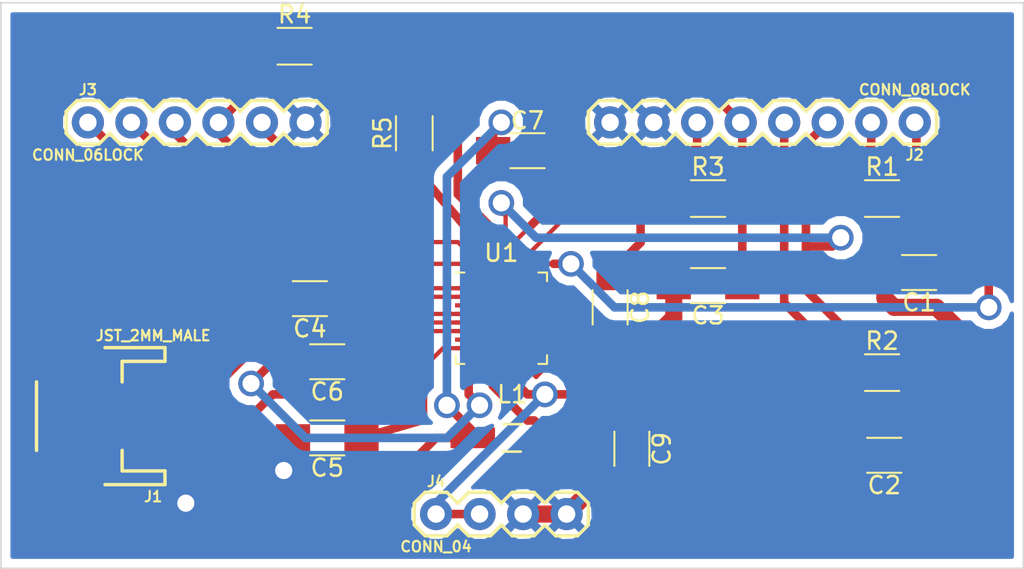
<source format=kicad_pcb>
(kicad_pcb (version 4) (host pcbnew 4.0.6)

  (general
    (links 60)
    (no_connects 1)
    (area 120.599999 88.849999 180.390001 121.970001)
    (thickness 1.6)
    (drawings 4)
    (tracks 236)
    (zones 0)
    (modules 20)
    (nets 29)
  )

  (page A4)
  (layers
    (0 F.Cu signal)
    (31 B.Cu signal hide)
    (32 B.Adhes user)
    (33 F.Adhes user)
    (34 B.Paste user)
    (35 F.Paste user)
    (36 B.SilkS user)
    (37 F.SilkS user)
    (38 B.Mask user)
    (39 F.Mask user)
    (40 Dwgs.User user)
    (41 Cmts.User user)
    (42 Eco1.User user)
    (43 Eco2.User user)
    (44 Edge.Cuts user)
    (45 Margin user)
    (46 B.CrtYd user)
    (47 F.CrtYd user)
    (48 B.Fab user)
    (49 F.Fab user)
  )

  (setup
    (last_trace_width 1)
    (user_trace_width 0.25)
    (user_trace_width 0.5)
    (user_trace_width 1)
    (trace_clearance 0.1)
    (zone_clearance 0.508)
    (zone_45_only no)
    (trace_min 0.2)
    (segment_width 0.2)
    (edge_width 0.1)
    (via_size 1.5)
    (via_drill 0.6)
    (via_min_size 0.4)
    (via_min_drill 0.3)
    (uvia_size 0.3)
    (uvia_drill 0.1)
    (uvias_allowed no)
    (uvia_min_size 0.2)
    (uvia_min_drill 0.1)
    (pcb_text_width 0.3)
    (pcb_text_size 1.5 1.5)
    (mod_edge_width 0.15)
    (mod_text_size 1 1)
    (mod_text_width 0.15)
    (pad_size 1.5 1.5)
    (pad_drill 0.6)
    (pad_to_mask_clearance 0)
    (aux_axis_origin 0 0)
    (visible_elements FFFFFF7F)
    (pcbplotparams
      (layerselection 0x00030_80000001)
      (usegerberextensions false)
      (excludeedgelayer true)
      (linewidth 0.100000)
      (plotframeref false)
      (viasonmask false)
      (mode 1)
      (useauxorigin false)
      (hpglpennumber 1)
      (hpglpenspeed 20)
      (hpglpendiameter 15)
      (hpglpenoverlay 2)
      (psnegative false)
      (psa4output false)
      (plotreference true)
      (plotvalue true)
      (plotinvisibletext false)
      (padsonsilk false)
      (subtractmaskfromsilk false)
      (outputformat 1)
      (mirror false)
      (drillshape 1)
      (scaleselection 1)
      (outputdirectory ""))
  )

  (net 0 "")
  (net 1 "Net-(C1-Pad1)")
  (net 2 GND)
  (net 3 "Net-(C2-Pad1)")
  (net 4 "Net-(C3-Pad1)")
  (net 5 "Net-(C4-Pad1)")
  (net 6 "Net-(C5-Pad1)")
  (net 7 "Net-(C6-Pad1)")
  (net 8 "Net-(C6-Pad2)")
  (net 9 "Net-(C8-Pad1)")
  (net 10 VCC)
  (net 11 "Net-(J2-Pad2)")
  (net 12 "Net-(J2-Pad4)")
  (net 13 "Net-(J2-Pad6)")
  (net 14 "Net-(J3-Pad1)")
  (net 15 "Net-(J3-Pad2)")
  (net 16 "Net-(J3-Pad3)")
  (net 17 "Net-(J3-Pad4)")
  (net 18 "Net-(J3-Pad5)")
  (net 19 "Net-(L1-Pad2)")
  (net 20 "Net-(U1-Pad3)")
  (net 21 "Net-(U1-Pad15)")
  (net 22 "Net-(U1-Pad17)")
  (net 23 "Net-(U1-Pad19)")
  (net 24 "Net-(U1-Pad20)")
  (net 25 "Net-(U1-Pad21)")
  (net 26 "Net-(U1-Pad22)")
  (net 27 "Net-(U1-Pad23)")
  (net 28 "Net-(U1-Pad24)")

  (net_class Default "This is the default net class."
    (clearance 0.1)
    (trace_width 0.25)
    (via_dia 1.5)
    (via_drill 0.6)
    (uvia_dia 0.3)
    (uvia_drill 0.1)
    (add_net GND)
    (add_net "Net-(C1-Pad1)")
    (add_net "Net-(C2-Pad1)")
    (add_net "Net-(C3-Pad1)")
    (add_net "Net-(C4-Pad1)")
    (add_net "Net-(C5-Pad1)")
    (add_net "Net-(C6-Pad1)")
    (add_net "Net-(C6-Pad2)")
    (add_net "Net-(C8-Pad1)")
    (add_net "Net-(J2-Pad2)")
    (add_net "Net-(J2-Pad4)")
    (add_net "Net-(J2-Pad6)")
    (add_net "Net-(J3-Pad1)")
    (add_net "Net-(J3-Pad2)")
    (add_net "Net-(J3-Pad3)")
    (add_net "Net-(J3-Pad4)")
    (add_net "Net-(J3-Pad5)")
    (add_net "Net-(L1-Pad2)")
    (add_net "Net-(U1-Pad15)")
    (add_net "Net-(U1-Pad17)")
    (add_net "Net-(U1-Pad19)")
    (add_net "Net-(U1-Pad20)")
    (add_net "Net-(U1-Pad21)")
    (add_net "Net-(U1-Pad22)")
    (add_net "Net-(U1-Pad23)")
    (add_net "Net-(U1-Pad24)")
    (add_net "Net-(U1-Pad3)")
    (add_net VCC)
  )

  (module Capacitors_SMD:C_1206_HandSoldering (layer F.Cu) (tedit 58AA84D1) (tstamp 5A217000)
    (at 174.244 104.648 180)
    (descr "Capacitor SMD 1206, hand soldering")
    (tags "capacitor 1206")
    (path /5A1E4131)
    (attr smd)
    (fp_text reference C1 (at 0 -1.75 180) (layer F.SilkS)
      (effects (font (size 1 1) (thickness 0.15)))
    )
    (fp_text value 1u (at 0 2 180) (layer F.Fab)
      (effects (font (size 1 1) (thickness 0.15)))
    )
    (fp_text user %R (at 0 -1.75 180) (layer F.Fab)
      (effects (font (size 1 1) (thickness 0.15)))
    )
    (fp_line (start -1.6 0.8) (end -1.6 -0.8) (layer F.Fab) (width 0.1))
    (fp_line (start 1.6 0.8) (end -1.6 0.8) (layer F.Fab) (width 0.1))
    (fp_line (start 1.6 -0.8) (end 1.6 0.8) (layer F.Fab) (width 0.1))
    (fp_line (start -1.6 -0.8) (end 1.6 -0.8) (layer F.Fab) (width 0.1))
    (fp_line (start 1 -1.02) (end -1 -1.02) (layer F.SilkS) (width 0.12))
    (fp_line (start -1 1.02) (end 1 1.02) (layer F.SilkS) (width 0.12))
    (fp_line (start -3.25 -1.05) (end 3.25 -1.05) (layer F.CrtYd) (width 0.05))
    (fp_line (start -3.25 -1.05) (end -3.25 1.05) (layer F.CrtYd) (width 0.05))
    (fp_line (start 3.25 1.05) (end 3.25 -1.05) (layer F.CrtYd) (width 0.05))
    (fp_line (start 3.25 1.05) (end -3.25 1.05) (layer F.CrtYd) (width 0.05))
    (pad 1 smd rect (at -2 0 180) (size 2 1.6) (layers F.Cu F.Paste F.Mask)
      (net 1 "Net-(C1-Pad1)"))
    (pad 2 smd rect (at 2 0 180) (size 2 1.6) (layers F.Cu F.Paste F.Mask)
      (net 2 GND))
    (model Capacitors_SMD.3dshapes/C_1206.wrl
      (at (xyz 0 0 0))
      (scale (xyz 1 1 1))
      (rotate (xyz 0 0 0))
    )
  )

  (module Capacitors_SMD:C_1206_HandSoldering (layer F.Cu) (tedit 58AA84D1) (tstamp 5A217011)
    (at 172.212 115.316 180)
    (descr "Capacitor SMD 1206, hand soldering")
    (tags "capacitor 1206")
    (path /5A1E422F)
    (attr smd)
    (fp_text reference C2 (at 0 -1.75 180) (layer F.SilkS)
      (effects (font (size 1 1) (thickness 0.15)))
    )
    (fp_text value 1u (at 0 2 180) (layer F.Fab)
      (effects (font (size 1 1) (thickness 0.15)))
    )
    (fp_text user %R (at 0 -1.75 180) (layer F.Fab)
      (effects (font (size 1 1) (thickness 0.15)))
    )
    (fp_line (start -1.6 0.8) (end -1.6 -0.8) (layer F.Fab) (width 0.1))
    (fp_line (start 1.6 0.8) (end -1.6 0.8) (layer F.Fab) (width 0.1))
    (fp_line (start 1.6 -0.8) (end 1.6 0.8) (layer F.Fab) (width 0.1))
    (fp_line (start -1.6 -0.8) (end 1.6 -0.8) (layer F.Fab) (width 0.1))
    (fp_line (start 1 -1.02) (end -1 -1.02) (layer F.SilkS) (width 0.12))
    (fp_line (start -1 1.02) (end 1 1.02) (layer F.SilkS) (width 0.12))
    (fp_line (start -3.25 -1.05) (end 3.25 -1.05) (layer F.CrtYd) (width 0.05))
    (fp_line (start -3.25 -1.05) (end -3.25 1.05) (layer F.CrtYd) (width 0.05))
    (fp_line (start 3.25 1.05) (end 3.25 -1.05) (layer F.CrtYd) (width 0.05))
    (fp_line (start 3.25 1.05) (end -3.25 1.05) (layer F.CrtYd) (width 0.05))
    (pad 1 smd rect (at -2 0 180) (size 2 1.6) (layers F.Cu F.Paste F.Mask)
      (net 3 "Net-(C2-Pad1)"))
    (pad 2 smd rect (at 2 0 180) (size 2 1.6) (layers F.Cu F.Paste F.Mask)
      (net 2 GND))
    (model Capacitors_SMD.3dshapes/C_1206.wrl
      (at (xyz 0 0 0))
      (scale (xyz 1 1 1))
      (rotate (xyz 0 0 0))
    )
  )

  (module Capacitors_SMD:C_1206_HandSoldering (layer F.Cu) (tedit 58AA84D1) (tstamp 5A217022)
    (at 161.925 105.41 180)
    (descr "Capacitor SMD 1206, hand soldering")
    (tags "capacitor 1206")
    (path /5A1E41B7)
    (attr smd)
    (fp_text reference C3 (at 0 -1.75 180) (layer F.SilkS)
      (effects (font (size 1 1) (thickness 0.15)))
    )
    (fp_text value 1u (at 0 2 180) (layer F.Fab)
      (effects (font (size 1 1) (thickness 0.15)))
    )
    (fp_text user %R (at 0 -1.75 180) (layer F.Fab)
      (effects (font (size 1 1) (thickness 0.15)))
    )
    (fp_line (start -1.6 0.8) (end -1.6 -0.8) (layer F.Fab) (width 0.1))
    (fp_line (start 1.6 0.8) (end -1.6 0.8) (layer F.Fab) (width 0.1))
    (fp_line (start 1.6 -0.8) (end 1.6 0.8) (layer F.Fab) (width 0.1))
    (fp_line (start -1.6 -0.8) (end 1.6 -0.8) (layer F.Fab) (width 0.1))
    (fp_line (start 1 -1.02) (end -1 -1.02) (layer F.SilkS) (width 0.12))
    (fp_line (start -1 1.02) (end 1 1.02) (layer F.SilkS) (width 0.12))
    (fp_line (start -3.25 -1.05) (end 3.25 -1.05) (layer F.CrtYd) (width 0.05))
    (fp_line (start -3.25 -1.05) (end -3.25 1.05) (layer F.CrtYd) (width 0.05))
    (fp_line (start 3.25 1.05) (end 3.25 -1.05) (layer F.CrtYd) (width 0.05))
    (fp_line (start 3.25 1.05) (end -3.25 1.05) (layer F.CrtYd) (width 0.05))
    (pad 1 smd rect (at -2 0 180) (size 2 1.6) (layers F.Cu F.Paste F.Mask)
      (net 4 "Net-(C3-Pad1)"))
    (pad 2 smd rect (at 2 0 180) (size 2 1.6) (layers F.Cu F.Paste F.Mask)
      (net 2 GND))
    (model Capacitors_SMD.3dshapes/C_1206.wrl
      (at (xyz 0 0 0))
      (scale (xyz 1 1 1))
      (rotate (xyz 0 0 0))
    )
  )

  (module Capacitors_SMD:C_1206_HandSoldering (layer F.Cu) (tedit 58AA84D1) (tstamp 5A217033)
    (at 138.684 106.172 180)
    (descr "Capacitor SMD 1206, hand soldering")
    (tags "capacitor 1206")
    (path /5A1E3E24)
    (attr smd)
    (fp_text reference C4 (at 0 -1.75 180) (layer F.SilkS)
      (effects (font (size 1 1) (thickness 0.15)))
    )
    (fp_text value 10u (at 0 2 180) (layer F.Fab)
      (effects (font (size 1 1) (thickness 0.15)))
    )
    (fp_text user %R (at 0 -1.75 180) (layer F.Fab)
      (effects (font (size 1 1) (thickness 0.15)))
    )
    (fp_line (start -1.6 0.8) (end -1.6 -0.8) (layer F.Fab) (width 0.1))
    (fp_line (start 1.6 0.8) (end -1.6 0.8) (layer F.Fab) (width 0.1))
    (fp_line (start 1.6 -0.8) (end 1.6 0.8) (layer F.Fab) (width 0.1))
    (fp_line (start -1.6 -0.8) (end 1.6 -0.8) (layer F.Fab) (width 0.1))
    (fp_line (start 1 -1.02) (end -1 -1.02) (layer F.SilkS) (width 0.12))
    (fp_line (start -1 1.02) (end 1 1.02) (layer F.SilkS) (width 0.12))
    (fp_line (start -3.25 -1.05) (end 3.25 -1.05) (layer F.CrtYd) (width 0.05))
    (fp_line (start -3.25 -1.05) (end -3.25 1.05) (layer F.CrtYd) (width 0.05))
    (fp_line (start 3.25 1.05) (end 3.25 -1.05) (layer F.CrtYd) (width 0.05))
    (fp_line (start 3.25 1.05) (end -3.25 1.05) (layer F.CrtYd) (width 0.05))
    (pad 1 smd rect (at -2 0 180) (size 2 1.6) (layers F.Cu F.Paste F.Mask)
      (net 5 "Net-(C4-Pad1)"))
    (pad 2 smd rect (at 2 0 180) (size 2 1.6) (layers F.Cu F.Paste F.Mask)
      (net 2 GND))
    (model Capacitors_SMD.3dshapes/C_1206.wrl
      (at (xyz 0 0 0))
      (scale (xyz 1 1 1))
      (rotate (xyz 0 0 0))
    )
  )

  (module Capacitors_SMD:C_1206_HandSoldering (layer F.Cu) (tedit 58AA84D1) (tstamp 5A217044)
    (at 139.7 114.3 180)
    (descr "Capacitor SMD 1206, hand soldering")
    (tags "capacitor 1206")
    (path /5A1E5244)
    (attr smd)
    (fp_text reference C5 (at 0 -1.75 180) (layer F.SilkS)
      (effects (font (size 1 1) (thickness 0.15)))
    )
    (fp_text value 4.7u (at 0 2 180) (layer F.Fab)
      (effects (font (size 1 1) (thickness 0.15)))
    )
    (fp_text user %R (at 0 -1.75 180) (layer F.Fab)
      (effects (font (size 1 1) (thickness 0.15)))
    )
    (fp_line (start -1.6 0.8) (end -1.6 -0.8) (layer F.Fab) (width 0.1))
    (fp_line (start 1.6 0.8) (end -1.6 0.8) (layer F.Fab) (width 0.1))
    (fp_line (start 1.6 -0.8) (end 1.6 0.8) (layer F.Fab) (width 0.1))
    (fp_line (start -1.6 -0.8) (end 1.6 -0.8) (layer F.Fab) (width 0.1))
    (fp_line (start 1 -1.02) (end -1 -1.02) (layer F.SilkS) (width 0.12))
    (fp_line (start -1 1.02) (end 1 1.02) (layer F.SilkS) (width 0.12))
    (fp_line (start -3.25 -1.05) (end 3.25 -1.05) (layer F.CrtYd) (width 0.05))
    (fp_line (start -3.25 -1.05) (end -3.25 1.05) (layer F.CrtYd) (width 0.05))
    (fp_line (start 3.25 1.05) (end 3.25 -1.05) (layer F.CrtYd) (width 0.05))
    (fp_line (start 3.25 1.05) (end -3.25 1.05) (layer F.CrtYd) (width 0.05))
    (pad 1 smd rect (at -2 0 180) (size 2 1.6) (layers F.Cu F.Paste F.Mask)
      (net 6 "Net-(C5-Pad1)"))
    (pad 2 smd rect (at 2 0 180) (size 2 1.6) (layers F.Cu F.Paste F.Mask)
      (net 2 GND))
    (model Capacitors_SMD.3dshapes/C_1206.wrl
      (at (xyz 0 0 0))
      (scale (xyz 1 1 1))
      (rotate (xyz 0 0 0))
    )
  )

  (module Capacitors_SMD:C_1206_HandSoldering (layer F.Cu) (tedit 58AA84D1) (tstamp 5A217055)
    (at 139.7 109.855 180)
    (descr "Capacitor SMD 1206, hand soldering")
    (tags "capacitor 1206")
    (path /5A1E2728)
    (attr smd)
    (fp_text reference C6 (at 0 -1.75 180) (layer F.SilkS)
      (effects (font (size 1 1) (thickness 0.15)))
    )
    (fp_text value 10u (at 0 2 180) (layer F.Fab)
      (effects (font (size 1 1) (thickness 0.15)))
    )
    (fp_text user %R (at 0 -1.75 180) (layer F.Fab)
      (effects (font (size 1 1) (thickness 0.15)))
    )
    (fp_line (start -1.6 0.8) (end -1.6 -0.8) (layer F.Fab) (width 0.1))
    (fp_line (start 1.6 0.8) (end -1.6 0.8) (layer F.Fab) (width 0.1))
    (fp_line (start 1.6 -0.8) (end 1.6 0.8) (layer F.Fab) (width 0.1))
    (fp_line (start -1.6 -0.8) (end 1.6 -0.8) (layer F.Fab) (width 0.1))
    (fp_line (start 1 -1.02) (end -1 -1.02) (layer F.SilkS) (width 0.12))
    (fp_line (start -1 1.02) (end 1 1.02) (layer F.SilkS) (width 0.12))
    (fp_line (start -3.25 -1.05) (end 3.25 -1.05) (layer F.CrtYd) (width 0.05))
    (fp_line (start -3.25 -1.05) (end -3.25 1.05) (layer F.CrtYd) (width 0.05))
    (fp_line (start 3.25 1.05) (end 3.25 -1.05) (layer F.CrtYd) (width 0.05))
    (fp_line (start 3.25 1.05) (end -3.25 1.05) (layer F.CrtYd) (width 0.05))
    (pad 1 smd rect (at -2 0 180) (size 2 1.6) (layers F.Cu F.Paste F.Mask)
      (net 7 "Net-(C6-Pad1)"))
    (pad 2 smd rect (at 2 0 180) (size 2 1.6) (layers F.Cu F.Paste F.Mask)
      (net 8 "Net-(C6-Pad2)"))
    (model Capacitors_SMD.3dshapes/C_1206.wrl
      (at (xyz 0 0 0))
      (scale (xyz 1 1 1))
      (rotate (xyz 0 0 0))
    )
  )

  (module Capacitors_SMD:C_1206_HandSoldering (layer F.Cu) (tedit 58AA84D1) (tstamp 5A217066)
    (at 151.384 97.536)
    (descr "Capacitor SMD 1206, hand soldering")
    (tags "capacitor 1206")
    (path /5A1EB184)
    (attr smd)
    (fp_text reference C7 (at 0 -1.75) (layer F.SilkS)
      (effects (font (size 1 1) (thickness 0.15)))
    )
    (fp_text value 1u (at 0 2) (layer F.Fab)
      (effects (font (size 1 1) (thickness 0.15)))
    )
    (fp_text user %R (at 0 -1.75) (layer F.Fab)
      (effects (font (size 1 1) (thickness 0.15)))
    )
    (fp_line (start -1.6 0.8) (end -1.6 -0.8) (layer F.Fab) (width 0.1))
    (fp_line (start 1.6 0.8) (end -1.6 0.8) (layer F.Fab) (width 0.1))
    (fp_line (start 1.6 -0.8) (end 1.6 0.8) (layer F.Fab) (width 0.1))
    (fp_line (start -1.6 -0.8) (end 1.6 -0.8) (layer F.Fab) (width 0.1))
    (fp_line (start 1 -1.02) (end -1 -1.02) (layer F.SilkS) (width 0.12))
    (fp_line (start -1 1.02) (end 1 1.02) (layer F.SilkS) (width 0.12))
    (fp_line (start -3.25 -1.05) (end 3.25 -1.05) (layer F.CrtYd) (width 0.05))
    (fp_line (start -3.25 -1.05) (end -3.25 1.05) (layer F.CrtYd) (width 0.05))
    (fp_line (start 3.25 1.05) (end 3.25 -1.05) (layer F.CrtYd) (width 0.05))
    (fp_line (start 3.25 1.05) (end -3.25 1.05) (layer F.CrtYd) (width 0.05))
    (pad 1 smd rect (at -2 0) (size 2 1.6) (layers F.Cu F.Paste F.Mask)
      (net 7 "Net-(C6-Pad1)"))
    (pad 2 smd rect (at 2 0) (size 2 1.6) (layers F.Cu F.Paste F.Mask)
      (net 2 GND))
    (model Capacitors_SMD.3dshapes/C_1206.wrl
      (at (xyz 0 0 0))
      (scale (xyz 1 1 1))
      (rotate (xyz 0 0 0))
    )
  )

  (module Capacitors_SMD:C_1206_HandSoldering (layer F.Cu) (tedit 58AA84D1) (tstamp 5A217077)
    (at 156.21 106.68 270)
    (descr "Capacitor SMD 1206, hand soldering")
    (tags "capacitor 1206")
    (path /5A1E52C6)
    (attr smd)
    (fp_text reference C8 (at 0 -1.75 270) (layer F.SilkS)
      (effects (font (size 1 1) (thickness 0.15)))
    )
    (fp_text value 2.2u (at 0 2 270) (layer F.Fab)
      (effects (font (size 1 1) (thickness 0.15)))
    )
    (fp_text user %R (at 0 -1.75 270) (layer F.Fab)
      (effects (font (size 1 1) (thickness 0.15)))
    )
    (fp_line (start -1.6 0.8) (end -1.6 -0.8) (layer F.Fab) (width 0.1))
    (fp_line (start 1.6 0.8) (end -1.6 0.8) (layer F.Fab) (width 0.1))
    (fp_line (start 1.6 -0.8) (end 1.6 0.8) (layer F.Fab) (width 0.1))
    (fp_line (start -1.6 -0.8) (end 1.6 -0.8) (layer F.Fab) (width 0.1))
    (fp_line (start 1 -1.02) (end -1 -1.02) (layer F.SilkS) (width 0.12))
    (fp_line (start -1 1.02) (end 1 1.02) (layer F.SilkS) (width 0.12))
    (fp_line (start -3.25 -1.05) (end 3.25 -1.05) (layer F.CrtYd) (width 0.05))
    (fp_line (start -3.25 -1.05) (end -3.25 1.05) (layer F.CrtYd) (width 0.05))
    (fp_line (start 3.25 1.05) (end 3.25 -1.05) (layer F.CrtYd) (width 0.05))
    (fp_line (start 3.25 1.05) (end -3.25 1.05) (layer F.CrtYd) (width 0.05))
    (pad 1 smd rect (at -2 0 270) (size 2 1.6) (layers F.Cu F.Paste F.Mask)
      (net 9 "Net-(C8-Pad1)"))
    (pad 2 smd rect (at 2 0 270) (size 2 1.6) (layers F.Cu F.Paste F.Mask)
      (net 2 GND))
    (model Capacitors_SMD.3dshapes/C_1206.wrl
      (at (xyz 0 0 0))
      (scale (xyz 1 1 1))
      (rotate (xyz 0 0 0))
    )
  )

  (module Capacitors_SMD:C_1206_HandSoldering (layer F.Cu) (tedit 58AA84D1) (tstamp 5A217088)
    (at 157.48 114.935 270)
    (descr "Capacitor SMD 1206, hand soldering")
    (tags "capacitor 1206")
    (path /5A1E258F)
    (attr smd)
    (fp_text reference C9 (at 0 -1.75 270) (layer F.SilkS)
      (effects (font (size 1 1) (thickness 0.15)))
    )
    (fp_text value 2.2u (at 0 2 270) (layer F.Fab)
      (effects (font (size 1 1) (thickness 0.15)))
    )
    (fp_text user %R (at 0 -1.75 270) (layer F.Fab)
      (effects (font (size 1 1) (thickness 0.15)))
    )
    (fp_line (start -1.6 0.8) (end -1.6 -0.8) (layer F.Fab) (width 0.1))
    (fp_line (start 1.6 0.8) (end -1.6 0.8) (layer F.Fab) (width 0.1))
    (fp_line (start 1.6 -0.8) (end 1.6 0.8) (layer F.Fab) (width 0.1))
    (fp_line (start -1.6 -0.8) (end 1.6 -0.8) (layer F.Fab) (width 0.1))
    (fp_line (start 1 -1.02) (end -1 -1.02) (layer F.SilkS) (width 0.12))
    (fp_line (start -1 1.02) (end 1 1.02) (layer F.SilkS) (width 0.12))
    (fp_line (start -3.25 -1.05) (end 3.25 -1.05) (layer F.CrtYd) (width 0.05))
    (fp_line (start -3.25 -1.05) (end -3.25 1.05) (layer F.CrtYd) (width 0.05))
    (fp_line (start 3.25 1.05) (end 3.25 -1.05) (layer F.CrtYd) (width 0.05))
    (fp_line (start 3.25 1.05) (end -3.25 1.05) (layer F.CrtYd) (width 0.05))
    (pad 1 smd rect (at -2 0 270) (size 2 1.6) (layers F.Cu F.Paste F.Mask)
      (net 10 VCC))
    (pad 2 smd rect (at 2 0 270) (size 2 1.6) (layers F.Cu F.Paste F.Mask)
      (net 2 GND))
    (model Capacitors_SMD.3dshapes/C_1206.wrl
      (at (xyz 0 0 0))
      (scale (xyz 1 1 1))
      (rotate (xyz 0 0 0))
    )
  )

  (module Connectors:JST-2-SMD (layer F.Cu) (tedit 200000) (tstamp 5A217099)
    (at 125.73 113.03 90)
    (descr "JST-RIGHT ANGLE MALE HEADER SMT")
    (tags "JST-RIGHT ANGLE MALE HEADER SMT")
    (path /5A1E2462)
    (attr smd)
    (fp_text reference J1 (at -4.699 3.81 180) (layer F.SilkS)
      (effects (font (size 0.6096 0.6096) (thickness 0.127)))
    )
    (fp_text value JST_2MM_MALE (at 4.699 3.81 180) (layer F.SilkS)
      (effects (font (size 0.6096 0.6096) (thickness 0.127)))
    )
    (fp_line (start -3.99796 0.99822) (end -3.99796 4.49834) (layer F.SilkS) (width 0.2032))
    (fp_line (start -3.99796 4.49834) (end -3.19786 4.49834) (layer F.SilkS) (width 0.2032))
    (fp_line (start -3.19786 4.49834) (end -3.19786 1.99898) (layer F.SilkS) (width 0.2032))
    (fp_line (start -3.19786 1.99898) (end -1.99898 1.99898) (layer F.SilkS) (width 0.2032))
    (fp_line (start 1.99898 1.99898) (end 3.19786 1.99898) (layer F.SilkS) (width 0.2032))
    (fp_line (start 3.19786 1.99898) (end 3.19786 4.49834) (layer F.SilkS) (width 0.2032))
    (fp_line (start 3.19786 4.49834) (end 3.99796 4.49834) (layer F.SilkS) (width 0.2032))
    (fp_line (start 3.99796 4.49834) (end 3.99796 0.99822) (layer F.SilkS) (width 0.2032))
    (fp_line (start 1.99898 -2.99974) (end -1.99898 -2.99974) (layer F.SilkS) (width 0.2032))
    (pad 1 smd rect (at -0.99822 3.69824 90) (size 0.99822 4.59994) (layers F.Cu F.Paste F.Mask)
      (net 2 GND) (solder_mask_margin 0.1016))
    (pad 2 smd rect (at 0.99822 3.69824 90) (size 0.99822 4.59994) (layers F.Cu F.Paste F.Mask)
      (net 5 "Net-(C4-Pad1)") (solder_mask_margin 0.1016))
    (pad NC1 smd rect (at -3.39852 -1.4986 180) (size 3.39852 1.59766) (layers F.Cu F.Paste F.Mask)
      (net 2 GND) (solder_mask_margin 0.1016))
    (pad NC2 smd rect (at 3.39852 -1.4986 180) (size 3.39852 1.59766) (layers F.Cu F.Paste F.Mask)
      (net 2 GND) (solder_mask_margin 0.1016))
  )

  (module Connectors:1X08 (layer F.Cu) (tedit 5963D6A3) (tstamp 5A2170D7)
    (at 173.99 95.885 180)
    (descr "PLATED THROUGH HOLE -8 PIN")
    (tags "PLATED THROUGH HOLE -8 PIN")
    (path /5A1F403F)
    (attr virtual)
    (fp_text reference J2 (at 0 -1.905 180) (layer F.SilkS)
      (effects (font (size 0.6096 0.6096) (thickness 0.127)))
    )
    (fp_text value CONN_08LOCK (at 0 1.905 180) (layer F.SilkS)
      (effects (font (size 0.6096 0.6096) (thickness 0.127)))
    )
    (fp_line (start 14.605 -1.27) (end 15.875 -1.27) (layer F.SilkS) (width 0.2032))
    (fp_line (start 15.875 -1.27) (end 16.51 -0.635) (layer F.SilkS) (width 0.2032))
    (fp_line (start 16.51 0.635) (end 15.875 1.27) (layer F.SilkS) (width 0.2032))
    (fp_line (start 11.43 -0.635) (end 12.065 -1.27) (layer F.SilkS) (width 0.2032))
    (fp_line (start 12.065 -1.27) (end 13.335 -1.27) (layer F.SilkS) (width 0.2032))
    (fp_line (start 13.335 -1.27) (end 13.97 -0.635) (layer F.SilkS) (width 0.2032))
    (fp_line (start 13.97 0.635) (end 13.335 1.27) (layer F.SilkS) (width 0.2032))
    (fp_line (start 13.335 1.27) (end 12.065 1.27) (layer F.SilkS) (width 0.2032))
    (fp_line (start 12.065 1.27) (end 11.43 0.635) (layer F.SilkS) (width 0.2032))
    (fp_line (start 14.605 -1.27) (end 13.97 -0.635) (layer F.SilkS) (width 0.2032))
    (fp_line (start 13.97 0.635) (end 14.605 1.27) (layer F.SilkS) (width 0.2032))
    (fp_line (start 15.875 1.27) (end 14.605 1.27) (layer F.SilkS) (width 0.2032))
    (fp_line (start 6.985 -1.27) (end 8.255 -1.27) (layer F.SilkS) (width 0.2032))
    (fp_line (start 8.255 -1.27) (end 8.89 -0.635) (layer F.SilkS) (width 0.2032))
    (fp_line (start 8.89 0.635) (end 8.255 1.27) (layer F.SilkS) (width 0.2032))
    (fp_line (start 8.89 -0.635) (end 9.525 -1.27) (layer F.SilkS) (width 0.2032))
    (fp_line (start 9.525 -1.27) (end 10.795 -1.27) (layer F.SilkS) (width 0.2032))
    (fp_line (start 10.795 -1.27) (end 11.43 -0.635) (layer F.SilkS) (width 0.2032))
    (fp_line (start 11.43 0.635) (end 10.795 1.27) (layer F.SilkS) (width 0.2032))
    (fp_line (start 10.795 1.27) (end 9.525 1.27) (layer F.SilkS) (width 0.2032))
    (fp_line (start 9.525 1.27) (end 8.89 0.635) (layer F.SilkS) (width 0.2032))
    (fp_line (start 3.81 -0.635) (end 4.445 -1.27) (layer F.SilkS) (width 0.2032))
    (fp_line (start 4.445 -1.27) (end 5.715 -1.27) (layer F.SilkS) (width 0.2032))
    (fp_line (start 5.715 -1.27) (end 6.35 -0.635) (layer F.SilkS) (width 0.2032))
    (fp_line (start 6.35 0.635) (end 5.715 1.27) (layer F.SilkS) (width 0.2032))
    (fp_line (start 5.715 1.27) (end 4.445 1.27) (layer F.SilkS) (width 0.2032))
    (fp_line (start 4.445 1.27) (end 3.81 0.635) (layer F.SilkS) (width 0.2032))
    (fp_line (start 6.985 -1.27) (end 6.35 -0.635) (layer F.SilkS) (width 0.2032))
    (fp_line (start 6.35 0.635) (end 6.985 1.27) (layer F.SilkS) (width 0.2032))
    (fp_line (start 8.255 1.27) (end 6.985 1.27) (layer F.SilkS) (width 0.2032))
    (fp_line (start -0.635 -1.27) (end 0.635 -1.27) (layer F.SilkS) (width 0.2032))
    (fp_line (start 0.635 -1.27) (end 1.27 -0.635) (layer F.SilkS) (width 0.2032))
    (fp_line (start 1.27 0.635) (end 0.635 1.27) (layer F.SilkS) (width 0.2032))
    (fp_line (start 1.27 -0.635) (end 1.905 -1.27) (layer F.SilkS) (width 0.2032))
    (fp_line (start 1.905 -1.27) (end 3.175 -1.27) (layer F.SilkS) (width 0.2032))
    (fp_line (start 3.175 -1.27) (end 3.81 -0.635) (layer F.SilkS) (width 0.2032))
    (fp_line (start 3.81 0.635) (end 3.175 1.27) (layer F.SilkS) (width 0.2032))
    (fp_line (start 3.175 1.27) (end 1.905 1.27) (layer F.SilkS) (width 0.2032))
    (fp_line (start 1.905 1.27) (end 1.27 0.635) (layer F.SilkS) (width 0.2032))
    (fp_line (start -1.27 -0.635) (end -1.27 0.635) (layer F.SilkS) (width 0.2032))
    (fp_line (start -0.635 -1.27) (end -1.27 -0.635) (layer F.SilkS) (width 0.2032))
    (fp_line (start -1.27 0.635) (end -0.635 1.27) (layer F.SilkS) (width 0.2032))
    (fp_line (start 0.635 1.27) (end -0.635 1.27) (layer F.SilkS) (width 0.2032))
    (fp_line (start 17.145 -1.27) (end 18.415 -1.27) (layer F.SilkS) (width 0.2032))
    (fp_line (start 18.415 -1.27) (end 19.05 -0.635) (layer F.SilkS) (width 0.2032))
    (fp_line (start 19.05 -0.635) (end 19.05 0.635) (layer F.SilkS) (width 0.2032))
    (fp_line (start 19.05 0.635) (end 18.415 1.27) (layer F.SilkS) (width 0.2032))
    (fp_line (start 17.145 -1.27) (end 16.51 -0.635) (layer F.SilkS) (width 0.2032))
    (fp_line (start 16.51 0.635) (end 17.145 1.27) (layer F.SilkS) (width 0.2032))
    (fp_line (start 18.415 1.27) (end 17.145 1.27) (layer F.SilkS) (width 0.2032))
    (pad 1 thru_hole circle (at 0 0 180) (size 1.8796 1.8796) (drill 1.016) (layers *.Cu *.Mask)
      (net 1 "Net-(C1-Pad1)") (solder_mask_margin 0.1016))
    (pad 2 thru_hole circle (at 2.54 0 180) (size 1.8796 1.8796) (drill 1.016) (layers *.Cu *.Mask)
      (net 11 "Net-(J2-Pad2)") (solder_mask_margin 0.1016))
    (pad 3 thru_hole circle (at 5.08 0 180) (size 1.8796 1.8796) (drill 1.016) (layers *.Cu *.Mask)
      (net 3 "Net-(C2-Pad1)") (solder_mask_margin 0.1016))
    (pad 4 thru_hole circle (at 7.62 0 180) (size 1.8796 1.8796) (drill 1.016) (layers *.Cu *.Mask)
      (net 12 "Net-(J2-Pad4)") (solder_mask_margin 0.1016))
    (pad 5 thru_hole circle (at 10.16 0 180) (size 1.8796 1.8796) (drill 1.016) (layers *.Cu *.Mask)
      (net 4 "Net-(C3-Pad1)") (solder_mask_margin 0.1016))
    (pad 6 thru_hole circle (at 12.7 0 180) (size 1.8796 1.8796) (drill 1.016) (layers *.Cu *.Mask)
      (net 13 "Net-(J2-Pad6)") (solder_mask_margin 0.1016))
    (pad 7 thru_hole circle (at 15.24 0 180) (size 1.8796 1.8796) (drill 1.016) (layers *.Cu *.Mask)
      (net 2 GND) (solder_mask_margin 0.1016))
    (pad 8 thru_hole circle (at 17.78 0 180) (size 1.8796 1.8796) (drill 1.016) (layers *.Cu *.Mask)
      (net 2 GND) (solder_mask_margin 0.1016))
  )

  (module Connectors:1X06 (layer F.Cu) (tedit 5963D43D) (tstamp 5A217107)
    (at 125.73 95.885)
    (descr "PLATED THROUGH HOLE - 6 PIN")
    (tags "PLATED THROUGH HOLE - 6 PIN")
    (path /5A1F4E81)
    (attr virtual)
    (fp_text reference J3 (at 0 -1.905) (layer F.SilkS)
      (effects (font (size 0.6096 0.6096) (thickness 0.127)))
    )
    (fp_text value CONN_06LOCK (at 0 1.905) (layer F.SilkS)
      (effects (font (size 0.6096 0.6096) (thickness 0.127)))
    )
    (fp_line (start 11.43 -0.635) (end 12.065 -1.27) (layer F.SilkS) (width 0.2032))
    (fp_line (start 12.065 -1.27) (end 13.335 -1.27) (layer F.SilkS) (width 0.2032))
    (fp_line (start 13.335 -1.27) (end 13.97 -0.635) (layer F.SilkS) (width 0.2032))
    (fp_line (start 13.97 0.635) (end 13.335 1.27) (layer F.SilkS) (width 0.2032))
    (fp_line (start 13.335 1.27) (end 12.065 1.27) (layer F.SilkS) (width 0.2032))
    (fp_line (start 12.065 1.27) (end 11.43 0.635) (layer F.SilkS) (width 0.2032))
    (fp_line (start 6.985 -1.27) (end 8.255 -1.27) (layer F.SilkS) (width 0.2032))
    (fp_line (start 8.255 -1.27) (end 8.89 -0.635) (layer F.SilkS) (width 0.2032))
    (fp_line (start 8.89 0.635) (end 8.255 1.27) (layer F.SilkS) (width 0.2032))
    (fp_line (start 8.89 -0.635) (end 9.525 -1.27) (layer F.SilkS) (width 0.2032))
    (fp_line (start 9.525 -1.27) (end 10.795 -1.27) (layer F.SilkS) (width 0.2032))
    (fp_line (start 10.795 -1.27) (end 11.43 -0.635) (layer F.SilkS) (width 0.2032))
    (fp_line (start 11.43 0.635) (end 10.795 1.27) (layer F.SilkS) (width 0.2032))
    (fp_line (start 10.795 1.27) (end 9.525 1.27) (layer F.SilkS) (width 0.2032))
    (fp_line (start 9.525 1.27) (end 8.89 0.635) (layer F.SilkS) (width 0.2032))
    (fp_line (start 3.81 -0.635) (end 4.445 -1.27) (layer F.SilkS) (width 0.2032))
    (fp_line (start 4.445 -1.27) (end 5.715 -1.27) (layer F.SilkS) (width 0.2032))
    (fp_line (start 5.715 -1.27) (end 6.35 -0.635) (layer F.SilkS) (width 0.2032))
    (fp_line (start 6.35 0.635) (end 5.715 1.27) (layer F.SilkS) (width 0.2032))
    (fp_line (start 5.715 1.27) (end 4.445 1.27) (layer F.SilkS) (width 0.2032))
    (fp_line (start 4.445 1.27) (end 3.81 0.635) (layer F.SilkS) (width 0.2032))
    (fp_line (start 6.985 -1.27) (end 6.35 -0.635) (layer F.SilkS) (width 0.2032))
    (fp_line (start 6.35 0.635) (end 6.985 1.27) (layer F.SilkS) (width 0.2032))
    (fp_line (start 8.255 1.27) (end 6.985 1.27) (layer F.SilkS) (width 0.2032))
    (fp_line (start -0.635 -1.27) (end 0.635 -1.27) (layer F.SilkS) (width 0.2032))
    (fp_line (start 0.635 -1.27) (end 1.27 -0.635) (layer F.SilkS) (width 0.2032))
    (fp_line (start 1.27 0.635) (end 0.635 1.27) (layer F.SilkS) (width 0.2032))
    (fp_line (start 1.27 -0.635) (end 1.905 -1.27) (layer F.SilkS) (width 0.2032))
    (fp_line (start 1.905 -1.27) (end 3.175 -1.27) (layer F.SilkS) (width 0.2032))
    (fp_line (start 3.175 -1.27) (end 3.81 -0.635) (layer F.SilkS) (width 0.2032))
    (fp_line (start 3.81 0.635) (end 3.175 1.27) (layer F.SilkS) (width 0.2032))
    (fp_line (start 3.175 1.27) (end 1.905 1.27) (layer F.SilkS) (width 0.2032))
    (fp_line (start 1.905 1.27) (end 1.27 0.635) (layer F.SilkS) (width 0.2032))
    (fp_line (start -1.27 -0.635) (end -1.27 0.635) (layer F.SilkS) (width 0.2032))
    (fp_line (start -0.635 -1.27) (end -1.27 -0.635) (layer F.SilkS) (width 0.2032))
    (fp_line (start -1.27 0.635) (end -0.635 1.27) (layer F.SilkS) (width 0.2032))
    (fp_line (start 0.635 1.27) (end -0.635 1.27) (layer F.SilkS) (width 0.2032))
    (fp_line (start 13.97 -0.635) (end 13.97 0.635) (layer F.SilkS) (width 0.2032))
    (pad 1 thru_hole circle (at 0 0) (size 1.8796 1.8796) (drill 1.016) (layers *.Cu *.Mask)
      (net 14 "Net-(J3-Pad1)") (solder_mask_margin 0.1016))
    (pad 2 thru_hole circle (at 2.54 0) (size 1.8796 1.8796) (drill 1.016) (layers *.Cu *.Mask)
      (net 15 "Net-(J3-Pad2)") (solder_mask_margin 0.1016))
    (pad 3 thru_hole circle (at 5.08 0) (size 1.8796 1.8796) (drill 1.016) (layers *.Cu *.Mask)
      (net 16 "Net-(J3-Pad3)") (solder_mask_margin 0.1016))
    (pad 4 thru_hole circle (at 7.62 0) (size 1.8796 1.8796) (drill 1.016) (layers *.Cu *.Mask)
      (net 17 "Net-(J3-Pad4)") (solder_mask_margin 0.1016))
    (pad 5 thru_hole circle (at 10.16 0) (size 1.8796 1.8796) (drill 1.016) (layers *.Cu *.Mask)
      (net 18 "Net-(J3-Pad5)") (solder_mask_margin 0.1016))
    (pad 6 thru_hole circle (at 12.7 0) (size 1.8796 1.8796) (drill 1.016) (layers *.Cu *.Mask)
      (net 2 GND) (solder_mask_margin 0.1016))
  )

  (module Connectors:1X04 (layer F.Cu) (tedit 5963D2C6) (tstamp 5A217129)
    (at 146.05 118.745)
    (descr "PLATED THROUGH HOLE - 4 PIN")
    (tags "PLATED THROUGH HOLE - 4 PIN")
    (path /5A1F56E0)
    (attr virtual)
    (fp_text reference J4 (at 0 -1.905) (layer F.SilkS)
      (effects (font (size 0.6096 0.6096) (thickness 0.127)))
    )
    (fp_text value CONN_04 (at 0 1.905) (layer F.SilkS)
      (effects (font (size 0.6096 0.6096) (thickness 0.127)))
    )
    (fp_line (start 6.985 -1.27) (end 8.255 -1.27) (layer F.SilkS) (width 0.2032))
    (fp_line (start 8.255 -1.27) (end 8.89 -0.635) (layer F.SilkS) (width 0.2032))
    (fp_line (start 8.89 0.635) (end 8.255 1.27) (layer F.SilkS) (width 0.2032))
    (fp_line (start 3.81 -0.635) (end 4.445 -1.27) (layer F.SilkS) (width 0.2032))
    (fp_line (start 4.445 -1.27) (end 5.715 -1.27) (layer F.SilkS) (width 0.2032))
    (fp_line (start 5.715 -1.27) (end 6.35 -0.635) (layer F.SilkS) (width 0.2032))
    (fp_line (start 6.35 0.635) (end 5.715 1.27) (layer F.SilkS) (width 0.2032))
    (fp_line (start 5.715 1.27) (end 4.445 1.27) (layer F.SilkS) (width 0.2032))
    (fp_line (start 4.445 1.27) (end 3.81 0.635) (layer F.SilkS) (width 0.2032))
    (fp_line (start 6.985 -1.27) (end 6.35 -0.635) (layer F.SilkS) (width 0.2032))
    (fp_line (start 6.35 0.635) (end 6.985 1.27) (layer F.SilkS) (width 0.2032))
    (fp_line (start 8.255 1.27) (end 6.985 1.27) (layer F.SilkS) (width 0.2032))
    (fp_line (start -0.635 -1.27) (end 0.635 -1.27) (layer F.SilkS) (width 0.2032))
    (fp_line (start 0.635 -1.27) (end 1.27 -0.635) (layer F.SilkS) (width 0.2032))
    (fp_line (start 1.27 0.635) (end 0.635 1.27) (layer F.SilkS) (width 0.2032))
    (fp_line (start 1.27 -0.635) (end 1.905 -1.27) (layer F.SilkS) (width 0.2032))
    (fp_line (start 1.905 -1.27) (end 3.175 -1.27) (layer F.SilkS) (width 0.2032))
    (fp_line (start 3.175 -1.27) (end 3.81 -0.635) (layer F.SilkS) (width 0.2032))
    (fp_line (start 3.81 0.635) (end 3.175 1.27) (layer F.SilkS) (width 0.2032))
    (fp_line (start 3.175 1.27) (end 1.905 1.27) (layer F.SilkS) (width 0.2032))
    (fp_line (start 1.905 1.27) (end 1.27 0.635) (layer F.SilkS) (width 0.2032))
    (fp_line (start -1.27 -0.635) (end -1.27 0.635) (layer F.SilkS) (width 0.2032))
    (fp_line (start -0.635 -1.27) (end -1.27 -0.635) (layer F.SilkS) (width 0.2032))
    (fp_line (start -1.27 0.635) (end -0.635 1.27) (layer F.SilkS) (width 0.2032))
    (fp_line (start 0.635 1.27) (end -0.635 1.27) (layer F.SilkS) (width 0.2032))
    (fp_line (start 8.89 -0.635) (end 8.89 0.635) (layer F.SilkS) (width 0.2032))
    (pad 1 thru_hole circle (at 0 0) (size 1.8796 1.8796) (drill 1.016) (layers *.Cu *.Mask)
      (net 10 VCC) (solder_mask_margin 0.1016))
    (pad 2 thru_hole circle (at 2.54 0) (size 1.8796 1.8796) (drill 1.016) (layers *.Cu *.Mask)
      (net 10 VCC) (solder_mask_margin 0.1016))
    (pad 3 thru_hole circle (at 5.08 0) (size 1.8796 1.8796) (drill 1.016) (layers *.Cu *.Mask)
      (net 2 GND) (solder_mask_margin 0.1016))
    (pad 4 thru_hole circle (at 7.62 0) (size 1.8796 1.8796) (drill 1.016) (layers *.Cu *.Mask)
      (net 2 GND) (solder_mask_margin 0.1016))
  )

  (module Choke_SMD:Choke_SMD_1206_Handsoldering (layer F.Cu) (tedit 0) (tstamp 5A217131)
    (at 150.495 114.3)
    (descr "Choke, Drossel, SMD, 1206, Handsoldering,")
    (tags "Choke, Drossel, SMD, 1206, Handsoldering,")
    (path /5A1E26A6)
    (attr smd)
    (fp_text reference L1 (at 0 -2.54) (layer F.SilkS)
      (effects (font (size 1 1) (thickness 0.15)))
    )
    (fp_text value 1.5u (at 0 2.54) (layer F.Fab)
      (effects (font (size 1 1) (thickness 0.15)))
    )
    (fp_line (start -0.55118 0.8001) (end 0.50038 0.8001) (layer F.SilkS) (width 0.15))
    (fp_line (start 0.55118 -0.8001) (end -0.50038 -0.8001) (layer F.SilkS) (width 0.15))
    (pad 1 smd rect (at -2.30124 0) (size 2.59842 1.19888) (layers F.Cu F.Paste F.Mask)
      (net 7 "Net-(C6-Pad1)"))
    (pad 2 smd rect (at 2.30124 0) (size 2.60096 1.19888) (layers F.Cu F.Paste F.Mask)
      (net 19 "Net-(L1-Pad2)"))
  )

  (module Resistors_SMD:R_1206_HandSoldering (layer F.Cu) (tedit 58E0A804) (tstamp 5A217142)
    (at 172.085 100.33)
    (descr "Resistor SMD 1206, hand soldering")
    (tags "resistor 1206")
    (path /5A1E4878)
    (attr smd)
    (fp_text reference R1 (at 0 -1.85) (layer F.SilkS)
      (effects (font (size 1 1) (thickness 0.15)))
    )
    (fp_text value 0.5 (at 0 1.9) (layer F.Fab)
      (effects (font (size 1 1) (thickness 0.15)))
    )
    (fp_text user %R (at 0 0) (layer F.Fab)
      (effects (font (size 0.7 0.7) (thickness 0.105)))
    )
    (fp_line (start -1.6 0.8) (end -1.6 -0.8) (layer F.Fab) (width 0.1))
    (fp_line (start 1.6 0.8) (end -1.6 0.8) (layer F.Fab) (width 0.1))
    (fp_line (start 1.6 -0.8) (end 1.6 0.8) (layer F.Fab) (width 0.1))
    (fp_line (start -1.6 -0.8) (end 1.6 -0.8) (layer F.Fab) (width 0.1))
    (fp_line (start 1 1.07) (end -1 1.07) (layer F.SilkS) (width 0.12))
    (fp_line (start -1 -1.07) (end 1 -1.07) (layer F.SilkS) (width 0.12))
    (fp_line (start -3.25 -1.11) (end 3.25 -1.11) (layer F.CrtYd) (width 0.05))
    (fp_line (start -3.25 -1.11) (end -3.25 1.1) (layer F.CrtYd) (width 0.05))
    (fp_line (start 3.25 1.1) (end 3.25 -1.11) (layer F.CrtYd) (width 0.05))
    (fp_line (start 3.25 1.1) (end -3.25 1.1) (layer F.CrtYd) (width 0.05))
    (pad 1 smd rect (at -2 0) (size 2 1.7) (layers F.Cu F.Paste F.Mask)
      (net 11 "Net-(J2-Pad2)"))
    (pad 2 smd rect (at 2 0) (size 2 1.7) (layers F.Cu F.Paste F.Mask)
      (net 1 "Net-(C1-Pad1)"))
    (model ${KISYS3DMOD}/Resistors_SMD.3dshapes/R_1206.wrl
      (at (xyz 0 0 0))
      (scale (xyz 1 1 1))
      (rotate (xyz 0 0 0))
    )
  )

  (module Resistors_SMD:R_1206_HandSoldering (layer F.Cu) (tedit 58E0A804) (tstamp 5A217153)
    (at 172.085 110.49)
    (descr "Resistor SMD 1206, hand soldering")
    (tags "resistor 1206")
    (path /5A1E48F0)
    (attr smd)
    (fp_text reference R2 (at 0 -1.85) (layer F.SilkS)
      (effects (font (size 1 1) (thickness 0.15)))
    )
    (fp_text value 0.5 (at 0 1.9) (layer F.Fab)
      (effects (font (size 1 1) (thickness 0.15)))
    )
    (fp_text user %R (at 0 0) (layer F.Fab)
      (effects (font (size 0.7 0.7) (thickness 0.105)))
    )
    (fp_line (start -1.6 0.8) (end -1.6 -0.8) (layer F.Fab) (width 0.1))
    (fp_line (start 1.6 0.8) (end -1.6 0.8) (layer F.Fab) (width 0.1))
    (fp_line (start 1.6 -0.8) (end 1.6 0.8) (layer F.Fab) (width 0.1))
    (fp_line (start -1.6 -0.8) (end 1.6 -0.8) (layer F.Fab) (width 0.1))
    (fp_line (start 1 1.07) (end -1 1.07) (layer F.SilkS) (width 0.12))
    (fp_line (start -1 -1.07) (end 1 -1.07) (layer F.SilkS) (width 0.12))
    (fp_line (start -3.25 -1.11) (end 3.25 -1.11) (layer F.CrtYd) (width 0.05))
    (fp_line (start -3.25 -1.11) (end -3.25 1.1) (layer F.CrtYd) (width 0.05))
    (fp_line (start 3.25 1.1) (end 3.25 -1.11) (layer F.CrtYd) (width 0.05))
    (fp_line (start 3.25 1.1) (end -3.25 1.1) (layer F.CrtYd) (width 0.05))
    (pad 1 smd rect (at -2 0) (size 2 1.7) (layers F.Cu F.Paste F.Mask)
      (net 12 "Net-(J2-Pad4)"))
    (pad 2 smd rect (at 2 0) (size 2 1.7) (layers F.Cu F.Paste F.Mask)
      (net 3 "Net-(C2-Pad1)"))
    (model ${KISYS3DMOD}/Resistors_SMD.3dshapes/R_1206.wrl
      (at (xyz 0 0 0))
      (scale (xyz 1 1 1))
      (rotate (xyz 0 0 0))
    )
  )

  (module Resistors_SMD:R_1206_HandSoldering (layer F.Cu) (tedit 58E0A804) (tstamp 5A217164)
    (at 161.925 100.33)
    (descr "Resistor SMD 1206, hand soldering")
    (tags "resistor 1206")
    (path /5A1E4929)
    (attr smd)
    (fp_text reference R3 (at 0 -1.85) (layer F.SilkS)
      (effects (font (size 1 1) (thickness 0.15)))
    )
    (fp_text value 0.5 (at 0 1.9) (layer F.Fab)
      (effects (font (size 1 1) (thickness 0.15)))
    )
    (fp_text user %R (at 0 0) (layer F.Fab)
      (effects (font (size 0.7 0.7) (thickness 0.105)))
    )
    (fp_line (start -1.6 0.8) (end -1.6 -0.8) (layer F.Fab) (width 0.1))
    (fp_line (start 1.6 0.8) (end -1.6 0.8) (layer F.Fab) (width 0.1))
    (fp_line (start 1.6 -0.8) (end 1.6 0.8) (layer F.Fab) (width 0.1))
    (fp_line (start -1.6 -0.8) (end 1.6 -0.8) (layer F.Fab) (width 0.1))
    (fp_line (start 1 1.07) (end -1 1.07) (layer F.SilkS) (width 0.12))
    (fp_line (start -1 -1.07) (end 1 -1.07) (layer F.SilkS) (width 0.12))
    (fp_line (start -3.25 -1.11) (end 3.25 -1.11) (layer F.CrtYd) (width 0.05))
    (fp_line (start -3.25 -1.11) (end -3.25 1.1) (layer F.CrtYd) (width 0.05))
    (fp_line (start 3.25 1.1) (end 3.25 -1.11) (layer F.CrtYd) (width 0.05))
    (fp_line (start 3.25 1.1) (end -3.25 1.1) (layer F.CrtYd) (width 0.05))
    (pad 1 smd rect (at -2 0) (size 2 1.7) (layers F.Cu F.Paste F.Mask)
      (net 13 "Net-(J2-Pad6)"))
    (pad 2 smd rect (at 2 0) (size 2 1.7) (layers F.Cu F.Paste F.Mask)
      (net 4 "Net-(C3-Pad1)"))
    (model ${KISYS3DMOD}/Resistors_SMD.3dshapes/R_1206.wrl
      (at (xyz 0 0 0))
      (scale (xyz 1 1 1))
      (rotate (xyz 0 0 0))
    )
  )

  (module Resistors_SMD:R_1206_HandSoldering (layer F.Cu) (tedit 58E0A804) (tstamp 5A217175)
    (at 137.795 91.44)
    (descr "Resistor SMD 1206, hand soldering")
    (tags "resistor 1206")
    (path /5A1E4AF9)
    (attr smd)
    (fp_text reference R4 (at 0 -1.85) (layer F.SilkS)
      (effects (font (size 1 1) (thickness 0.15)))
    )
    (fp_text value 4.7k (at 0 1.9) (layer F.Fab)
      (effects (font (size 1 1) (thickness 0.15)))
    )
    (fp_text user %R (at 0 0) (layer F.Fab)
      (effects (font (size 0.7 0.7) (thickness 0.105)))
    )
    (fp_line (start -1.6 0.8) (end -1.6 -0.8) (layer F.Fab) (width 0.1))
    (fp_line (start 1.6 0.8) (end -1.6 0.8) (layer F.Fab) (width 0.1))
    (fp_line (start 1.6 -0.8) (end 1.6 0.8) (layer F.Fab) (width 0.1))
    (fp_line (start -1.6 -0.8) (end 1.6 -0.8) (layer F.Fab) (width 0.1))
    (fp_line (start 1 1.07) (end -1 1.07) (layer F.SilkS) (width 0.12))
    (fp_line (start -1 -1.07) (end 1 -1.07) (layer F.SilkS) (width 0.12))
    (fp_line (start -3.25 -1.11) (end 3.25 -1.11) (layer F.CrtYd) (width 0.05))
    (fp_line (start -3.25 -1.11) (end -3.25 1.1) (layer F.CrtYd) (width 0.05))
    (fp_line (start 3.25 1.1) (end 3.25 -1.11) (layer F.CrtYd) (width 0.05))
    (fp_line (start 3.25 1.1) (end -3.25 1.1) (layer F.CrtYd) (width 0.05))
    (pad 1 smd rect (at -2 0) (size 2 1.7) (layers F.Cu F.Paste F.Mask)
      (net 17 "Net-(J3-Pad4)"))
    (pad 2 smd rect (at 2 0) (size 2 1.7) (layers F.Cu F.Paste F.Mask)
      (net 4 "Net-(C3-Pad1)"))
    (model ${KISYS3DMOD}/Resistors_SMD.3dshapes/R_1206.wrl
      (at (xyz 0 0 0))
      (scale (xyz 1 1 1))
      (rotate (xyz 0 0 0))
    )
  )

  (module Resistors_SMD:R_1206_HandSoldering (layer F.Cu) (tedit 58E0A804) (tstamp 5A217186)
    (at 144.78 96.52 90)
    (descr "Resistor SMD 1206, hand soldering")
    (tags "resistor 1206")
    (path /5A1E4B6B)
    (attr smd)
    (fp_text reference R5 (at 0 -1.85 90) (layer F.SilkS)
      (effects (font (size 1 1) (thickness 0.15)))
    )
    (fp_text value 4.7k (at 0 1.9 90) (layer F.Fab)
      (effects (font (size 1 1) (thickness 0.15)))
    )
    (fp_text user %R (at 0 0 90) (layer F.Fab)
      (effects (font (size 0.7 0.7) (thickness 0.105)))
    )
    (fp_line (start -1.6 0.8) (end -1.6 -0.8) (layer F.Fab) (width 0.1))
    (fp_line (start 1.6 0.8) (end -1.6 0.8) (layer F.Fab) (width 0.1))
    (fp_line (start 1.6 -0.8) (end 1.6 0.8) (layer F.Fab) (width 0.1))
    (fp_line (start -1.6 -0.8) (end 1.6 -0.8) (layer F.Fab) (width 0.1))
    (fp_line (start 1 1.07) (end -1 1.07) (layer F.SilkS) (width 0.12))
    (fp_line (start -1 -1.07) (end 1 -1.07) (layer F.SilkS) (width 0.12))
    (fp_line (start -3.25 -1.11) (end 3.25 -1.11) (layer F.CrtYd) (width 0.05))
    (fp_line (start -3.25 -1.11) (end -3.25 1.1) (layer F.CrtYd) (width 0.05))
    (fp_line (start 3.25 1.1) (end 3.25 -1.11) (layer F.CrtYd) (width 0.05))
    (fp_line (start 3.25 1.1) (end -3.25 1.1) (layer F.CrtYd) (width 0.05))
    (pad 1 smd rect (at -2 0 90) (size 2 1.7) (layers F.Cu F.Paste F.Mask)
      (net 18 "Net-(J3-Pad5)"))
    (pad 2 smd rect (at 2 0 90) (size 2 1.7) (layers F.Cu F.Paste F.Mask)
      (net 4 "Net-(C3-Pad1)"))
    (model ${KISYS3DMOD}/Resistors_SMD.3dshapes/R_1206.wrl
      (at (xyz 0 0 0))
      (scale (xyz 1 1 1))
      (rotate (xyz 0 0 0))
    )
  )

  (module Housings_DFN_QFN:WQFN-32-1EP_5x5mm_Pitch0.5mm (layer F.Cu) (tedit 59961CAD) (tstamp 5A2171BF)
    (at 149.86 107.315)
    (descr "QFN, 32-Leads, Body 5x5x0.8mm, Pitch 0.5mm, Thermal Pad 3.1x3.1mm; (see Texas Instruments LM25119 http://www.ti.com/lit/ds/symlink/lm25119.pdf)")
    (tags "WQFN 0.5")
    (path /5A1E2030)
    (attr smd)
    (fp_text reference U1 (at 0 -3.81) (layer F.SilkS)
      (effects (font (size 1 1) (thickness 0.15)))
    )
    (fp_text value ADP5350 (at 0 3.81) (layer F.Fab)
      (effects (font (size 1 1) (thickness 0.15)))
    )
    (fp_line (start 2.5 -2.5) (end -1.5 -2.5) (layer F.Fab) (width 0.1))
    (fp_line (start -1.5 -2.5) (end -2.5 -1.5) (layer F.Fab) (width 0.1))
    (fp_line (start -2.5 -1.5) (end -2.5 2.5) (layer F.Fab) (width 0.1))
    (fp_line (start -2.159 -2.667) (end -2.667 -2.667) (layer F.SilkS) (width 0.12))
    (fp_line (start -2.159 2.667) (end -2.667 2.667) (layer F.SilkS) (width 0.12))
    (fp_line (start -2.667 2.667) (end -2.667 2.159) (layer F.SilkS) (width 0.12))
    (fp_line (start 2.667 2.159) (end 2.667 2.667) (layer F.SilkS) (width 0.12))
    (fp_line (start 2.667 2.667) (end 2.159 2.667) (layer F.SilkS) (width 0.12))
    (fp_line (start 2.159 -2.667) (end 2.667 -2.667) (layer F.SilkS) (width 0.12))
    (fp_line (start 2.667 -2.667) (end 2.667 -2.159) (layer F.SilkS) (width 0.12))
    (fp_line (start 2.5 -2.5) (end 2.5 2.5) (layer F.Fab) (width 0.1))
    (fp_line (start 2.5 2.5) (end -2.5 2.5) (layer F.Fab) (width 0.1))
    (fp_line (start -2.95 -2.95) (end 2.95 -2.95) (layer F.CrtYd) (width 0.05))
    (fp_line (start 2.95 -2.95) (end 2.95 2.95) (layer F.CrtYd) (width 0.05))
    (fp_line (start 2.95 2.95) (end -2.95 2.95) (layer F.CrtYd) (width 0.05))
    (fp_line (start -2.95 2.95) (end -2.95 -2.95) (layer F.CrtYd) (width 0.05))
    (fp_text user %R (at 0 0) (layer F.Fab)
      (effects (font (size 1 1) (thickness 0.15)))
    )
    (pad 33 smd rect (at -0.775 0.775) (size 1.55 1.55) (layers F.Cu F.Paste F.Mask)
      (net 2 GND) (solder_paste_margin_ratio -0.2))
    (pad 33 smd rect (at -0.775 -0.775) (size 1.55 1.55) (layers F.Cu F.Paste F.Mask)
      (net 2 GND) (solder_paste_margin_ratio -0.2))
    (pad 33 smd rect (at 0.775 -0.775) (size 1.55 1.55) (layers F.Cu F.Paste F.Mask)
      (net 2 GND) (solder_paste_margin_ratio -0.2))
    (pad 1 smd rect (at -2.4 -1.75 90) (size 0.25 0.6) (layers F.Cu F.Paste F.Mask)
      (net 15 "Net-(J3-Pad2)"))
    (pad 2 smd rect (at -2.4 -1.25 90) (size 0.25 0.6) (layers F.Cu F.Paste F.Mask)
      (net 14 "Net-(J3-Pad1)"))
    (pad 3 smd rect (at -2.4 -0.75 90) (size 0.25 0.6) (layers F.Cu F.Paste F.Mask)
      (net 20 "Net-(U1-Pad3)"))
    (pad 4 smd rect (at -2.4 -0.25 90) (size 0.25 0.6) (layers F.Cu F.Paste F.Mask)
      (net 5 "Net-(C4-Pad1)"))
    (pad 5 smd rect (at -2.4 0.25 90) (size 0.25 0.6) (layers F.Cu F.Paste F.Mask)
      (net 5 "Net-(C4-Pad1)"))
    (pad 6 smd rect (at -2.4 0.75 90) (size 0.25 0.6) (layers F.Cu F.Paste F.Mask)
      (net 7 "Net-(C6-Pad1)"))
    (pad 7 smd rect (at -2.4 1.25 90) (size 0.25 0.6) (layers F.Cu F.Paste F.Mask)
      (net 2 GND))
    (pad 8 smd rect (at -2.4 1.75 90) (size 0.25 0.6) (layers F.Cu F.Paste F.Mask)
      (net 6 "Net-(C5-Pad1)"))
    (pad 9 smd rect (at -1.75 2.4) (size 0.25 0.6) (layers F.Cu F.Paste F.Mask)
      (net 8 "Net-(C6-Pad2)"))
    (pad 10 smd rect (at -1.25 2.4) (size 0.25 0.6) (layers F.Cu F.Paste F.Mask)
      (net 8 "Net-(C6-Pad2)"))
    (pad 11 smd rect (at -0.75 2.4) (size 0.25 0.6) (layers F.Cu F.Paste F.Mask)
      (net 19 "Net-(L1-Pad2)"))
    (pad 12 smd rect (at -0.25 2.4) (size 0.25 0.6) (layers F.Cu F.Paste F.Mask)
      (net 19 "Net-(L1-Pad2)"))
    (pad 13 smd rect (at 0.25 2.4) (size 0.25 0.6) (layers F.Cu F.Paste F.Mask)
      (net 10 VCC))
    (pad 14 smd rect (at 0.75 2.4) (size 0.25 0.6) (layers F.Cu F.Paste F.Mask)
      (net 10 VCC))
    (pad 15 smd rect (at 1.25 2.4) (size 0.25 0.6) (layers F.Cu F.Paste F.Mask)
      (net 21 "Net-(U1-Pad15)"))
    (pad 16 smd rect (at 1.75 2.4) (size 0.25 0.6) (layers F.Cu F.Paste F.Mask)
      (net 2 GND))
    (pad 17 smd rect (at 2.4 1.75 90) (size 0.25 0.6) (layers F.Cu F.Paste F.Mask)
      (net 22 "Net-(U1-Pad17)"))
    (pad 18 smd rect (at 2.4 1.25 90) (size 0.25 0.6) (layers F.Cu F.Paste F.Mask)
      (net 2 GND))
    (pad 19 smd rect (at 2.4 0.75 90) (size 0.25 0.6) (layers F.Cu F.Paste F.Mask)
      (net 23 "Net-(U1-Pad19)"))
    (pad 20 smd rect (at 2.4 0.25 90) (size 0.25 0.6) (layers F.Cu F.Paste F.Mask)
      (net 24 "Net-(U1-Pad20)"))
    (pad 21 smd rect (at 2.4 -0.25 90) (size 0.25 0.6) (layers F.Cu F.Paste F.Mask)
      (net 25 "Net-(U1-Pad21)"))
    (pad 22 smd rect (at 2.4 -0.75 90) (size 0.25 0.6) (layers F.Cu F.Paste F.Mask)
      (net 26 "Net-(U1-Pad22)"))
    (pad 23 smd rect (at 2.4 -1.25 90) (size 0.25 0.6) (layers F.Cu F.Paste F.Mask)
      (net 27 "Net-(U1-Pad23)"))
    (pad 24 smd rect (at 2.4 -1.75 90) (size 0.25 0.6) (layers F.Cu F.Paste F.Mask)
      (net 28 "Net-(U1-Pad24)"))
    (pad 25 smd rect (at 1.75 -2.4) (size 0.25 0.6) (layers F.Cu F.Paste F.Mask)
      (net 1 "Net-(C1-Pad1)"))
    (pad 26 smd rect (at 1.25 -2.4) (size 0.25 0.6) (layers F.Cu F.Paste F.Mask)
      (net 9 "Net-(C8-Pad1)"))
    (pad 27 smd rect (at 0.75 -2.4) (size 0.25 0.6) (layers F.Cu F.Paste F.Mask)
      (net 7 "Net-(C6-Pad1)"))
    (pad 28 smd rect (at 0.25 -2.4) (size 0.25 0.6) (layers F.Cu F.Paste F.Mask)
      (net 3 "Net-(C2-Pad1)"))
    (pad 29 smd rect (at -0.25 -2.4) (size 0.25 0.6) (layers F.Cu F.Paste F.Mask)
      (net 4 "Net-(C3-Pad1)"))
    (pad 30 smd rect (at -0.75 -2.4) (size 0.25 0.6) (layers F.Cu F.Paste F.Mask)
      (net 18 "Net-(J3-Pad5)"))
    (pad 31 smd rect (at -1.25 -2.4) (size 0.25 0.6) (layers F.Cu F.Paste F.Mask)
      (net 17 "Net-(J3-Pad4)"))
    (pad 32 smd rect (at -1.75 -2.4) (size 0.25 0.6) (layers F.Cu F.Paste F.Mask)
      (net 16 "Net-(J3-Pad3)"))
    (pad 33 smd rect (at 0.775 0.775) (size 1.55 1.55) (layers F.Cu F.Paste F.Mask)
      (net 2 GND) (solder_paste_margin_ratio -0.2))
    (model ${KISYS3DMOD}/Housings_DFN_QFN.3dshapes/WQFN-32-1EP_5x5mm_Pitch0.5mm.wrl
      (at (xyz 0 0 0))
      (scale (xyz 1 1 1))
      (rotate (xyz 0 0 0))
    )
  )

  (gr_line (start 180.34 121.92) (end 120.65 121.92) (angle 90) (layer Edge.Cuts) (width 0.1))
  (gr_line (start 180.34 88.9) (end 180.34 121.92) (angle 90) (layer Edge.Cuts) (width 0.1))
  (gr_line (start 120.65 88.9) (end 180.34 88.9) (angle 90) (layer Edge.Cuts) (width 0.1))
  (gr_line (start 120.65 121.92) (end 120.65 88.9) (angle 90) (layer Edge.Cuts) (width 0.1))

  (segment (start 152.908 104.14) (end 153.924 104.14) (width 0.5) (layer F.Cu) (net 1))
  (segment (start 152.4 104.14) (end 152.908 104.14) (width 0.25) (layer F.Cu) (net 1) (tstamp 5A21882F))
  (segment (start 151.625 104.915) (end 152.4 104.14) (width 0.25) (layer F.Cu) (net 1) (tstamp 5A218828))
  (segment (start 177.8 104.648) (end 176.244 104.648) (width 0.5) (layer F.Cu) (net 1) (tstamp 5A218852))
  (segment (start 178.308 105.156) (end 177.8 104.648) (width 0.5) (layer F.Cu) (net 1) (tstamp 5A218851))
  (segment (start 178.308 106.68) (end 178.308 105.156) (width 0.5) (layer F.Cu) (net 1) (tstamp 5A218850))
  (via (at 178.308 106.68) (size 1.5) (drill 1) (layers F.Cu B.Cu) (net 1))
  (segment (start 156.464 106.68) (end 178.308 106.68) (width 0.5) (layer B.Cu) (net 1) (tstamp 5A21883F))
  (segment (start 153.924 104.14) (end 156.464 106.68) (width 0.5) (layer B.Cu) (net 1) (tstamp 5A21883E))
  (via (at 153.924 104.14) (size 1.5) (drill 1) (layers F.Cu B.Cu) (net 1))
  (segment (start 151.61 104.915) (end 151.625 104.915) (width 0.25) (layer F.Cu) (net 1))
  (segment (start 174.085 100.33) (end 176.244 104.648) (width 0.5) (layer F.Cu) (net 1) (status 20))
  (segment (start 174.085 100.33) (end 174.085 95.98) (width 0.5) (layer F.Cu) (net 1))
  (segment (start 174.085 95.98) (end 173.99 95.885) (width 0.5) (layer F.Cu) (net 1) (tstamp 5A217F45))
  (segment (start 149.085 108.09) (end 149.085 106.54) (width 0.25) (layer F.Cu) (net 2))
  (segment (start 147.46 108.565) (end 148.61 108.565) (width 0.25) (layer F.Cu) (net 2))
  (segment (start 148.61 108.565) (end 149.085 108.09) (width 0.25) (layer F.Cu) (net 2) (tstamp 5A21D045))
  (segment (start 149.085 108.09) (end 150.635 108.09) (width 0.25) (layer F.Cu) (net 2) (tstamp 5A21D046))
  (segment (start 150.635 108.09) (end 150.635 106.54) (width 0.25) (layer F.Cu) (net 2) (tstamp 5A21D047))
  (segment (start 152.26 108.565) (end 151.11 108.565) (width 0.25) (layer F.Cu) (net 2))
  (segment (start 151.11 108.565) (end 150.635 108.09) (width 0.25) (layer F.Cu) (net 2) (tstamp 5A21D042))
  (segment (start 124.2314 109.63148) (end 124.2314 116.42852) (width 1) (layer F.Cu) (net 2))
  (segment (start 124.2314 116.42852) (end 129.09296 116.42852) (width 1) (layer F.Cu) (net 2))
  (segment (start 129.09296 116.42852) (end 129.42824 116.09324) (width 1) (layer F.Cu) (net 2) (tstamp 5A218A8F))
  (segment (start 137.7 114.3) (end 137.7 115.665) (width 1) (layer F.Cu) (net 2))
  (segment (start 129.42824 116.09324) (end 129.42824 114.02822) (width 1) (layer F.Cu) (net 2) (tstamp 5A218A8C))
  (segment (start 131.445 118.11) (end 129.42824 116.09324) (width 1) (layer F.Cu) (net 2) (tstamp 5A218A8B))
  (via (at 131.445 118.11) (size 1.5) (drill 1) (layers F.Cu B.Cu) (net 2))
  (segment (start 135.255 118.11) (end 131.445 118.11) (width 1) (layer B.Cu) (net 2) (tstamp 5A218A82))
  (segment (start 137.16 116.205) (end 135.255 118.11) (width 1) (layer B.Cu) (net 2) (tstamp 5A218A81))
  (via (at 137.16 116.205) (size 1.5) (drill 1) (layers F.Cu B.Cu) (net 2))
  (segment (start 137.7 115.665) (end 137.16 116.205) (width 1) (layer F.Cu) (net 2) (tstamp 5A218A7D))
  (segment (start 124.2314 109.63148) (end 124.2314 109.4486) (width 1) (layer F.Cu) (net 2))
  (segment (start 124.2314 109.4486) (end 127.508 106.172) (width 1) (layer F.Cu) (net 2) (tstamp 5A218A63))
  (segment (start 127.508 106.172) (end 136.684 106.172) (width 1) (layer F.Cu) (net 2) (tstamp 5A218A6E))
  (segment (start 151.13 118.745) (end 153.67 118.745) (width 1) (layer F.Cu) (net 2))
  (segment (start 159.925 105.41) (end 159.925 107.283) (width 1) (layer F.Cu) (net 2))
  (segment (start 158.496 108.712) (end 158.496 108.68) (width 1) (layer F.Cu) (net 2) (tstamp 5A218614))
  (segment (start 159.925 107.283) (end 158.496 108.712) (width 1) (layer F.Cu) (net 2) (tstamp 5A218612))
  (segment (start 156.21 108.68) (end 158.496 108.68) (width 1) (layer F.Cu) (net 2))
  (segment (start 158.496 108.68) (end 158.464 108.68) (width 1) (layer F.Cu) (net 2) (tstamp 5A218615))
  (segment (start 158.401 117.856) (end 157.48 116.935) (width 1) (layer F.Cu) (net 2) (tstamp 5A21860E))
  (segment (start 158.496 117.856) (end 158.401 117.856) (width 1) (layer F.Cu) (net 2) (tstamp 5A218600))
  (segment (start 163.068 113.284) (end 158.496 117.856) (width 1) (layer F.Cu) (net 2) (tstamp 5A2185FE))
  (segment (start 158.464 108.68) (end 163.068 113.284) (width 1) (layer F.Cu) (net 2) (tstamp 5A2185FA))
  (segment (start 170.212 115.316) (end 168.656 115.316) (width 1) (layer F.Cu) (net 2))
  (segment (start 168.656 115.316) (end 166.624 117.348) (width 1) (layer F.Cu) (net 2) (tstamp 5A2185D1))
  (segment (start 172.244 104.648) (end 172.244 106.14) (width 1) (layer F.Cu) (net 2))
  (segment (start 172.244 106.14) (end 172.784 106.68) (width 1) (layer F.Cu) (net 2) (tstamp 5A2185C8))
  (segment (start 172.784 106.68) (end 175.26 106.68) (width 1) (layer F.Cu) (net 2) (tstamp 5A2185C9))
  (segment (start 175.26 106.68) (end 176.784 108.204) (width 1) (layer F.Cu) (net 2) (tstamp 5A2185CA))
  (segment (start 176.784 108.204) (end 176.784 116.332) (width 1) (layer F.Cu) (net 2) (tstamp 5A2185CB))
  (segment (start 176.784 116.332) (end 175.768 117.348) (width 1) (layer F.Cu) (net 2) (tstamp 5A2185CC))
  (segment (start 175.768 117.348) (end 166.624 117.348) (width 1) (layer F.Cu) (net 2) (tstamp 5A2185CD))
  (segment (start 166.624 117.348) (end 157.893 117.348) (width 1) (layer F.Cu) (net 2) (tstamp 5A2185D4))
  (segment (start 157.893 117.348) (end 157.48 116.935) (width 0.5) (layer F.Cu) (net 2) (tstamp 5A2185CE))
  (segment (start 153.384 97.536) (end 154.559 97.536) (width 0.5) (layer F.Cu) (net 2))
  (segment (start 154.559 97.536) (end 156.21 95.885) (width 0.5) (layer F.Cu) (net 2) (tstamp 5A218297))
  (segment (start 153.924 108.712) (end 154.94 109.728) (width 1) (layer F.Cu) (net 2))
  (segment (start 154.94 109.728) (end 155.162 109.728) (width 1) (layer F.Cu) (net 2) (tstamp 5A21801F))
  (segment (start 152.26 108.565) (end 153.777 108.565) (width 0.25) (layer F.Cu) (net 2))
  (segment (start 153.777 108.565) (end 153.924 108.712) (width 1) (layer F.Cu) (net 2) (tstamp 5A217FB5))
  (segment (start 152.908 109.728) (end 155.162 109.728) (width 0.5) (layer F.Cu) (net 2))
  (segment (start 151.61 110.462) (end 151.892 110.744) (width 0.25) (layer F.Cu) (net 2) (tstamp 5A217FCF))
  (segment (start 151.61 109.715) (end 151.61 110.462) (width 0.25) (layer F.Cu) (net 2))
  (segment (start 152.908 109.728) (end 151.892 110.744) (width 0.25) (layer F.Cu) (net 2))
  (segment (start 155.162 109.728) (end 156.21 108.68) (width 0.5) (layer F.Cu) (net 2) (tstamp 5A21801C))
  (segment (start 157.48 116.935) (end 155.48 116.935) (width 1) (layer F.Cu) (net 2))
  (segment (start 155.48 116.935) (end 153.67 118.745) (width 1) (layer F.Cu) (net 2) (tstamp 5A217F99))
  (via (at 149.86 100.584) (size 1.5) (drill 1) (layers F.Cu B.Cu) (net 3))
  (segment (start 150.11 103.632) (end 150.11 101.342) (width 0.25) (layer F.Cu) (net 3))
  (segment (start 150.11 101.342) (end 149.86 101.092) (width 0.25) (layer F.Cu) (net 3) (tstamp 5A218247))
  (segment (start 149.86 100.584) (end 149.86 101.092) (width 0.5) (layer F.Cu) (net 3))
  (segment (start 169.164 103.124) (end 167.64 103.124) (width 0.5) (layer F.Cu) (net 3) (tstamp 5A21828C))
  (segment (start 169.672 102.616) (end 169.164 103.124) (width 0.5) (layer F.Cu) (net 3) (tstamp 5A21828B))
  (via (at 169.672 102.616) (size 1.5) (drill 1) (layers F.Cu B.Cu) (net 3))
  (segment (start 151.892 102.616) (end 169.672 102.616) (width 0.5) (layer B.Cu) (net 3) (tstamp 5A218279))
  (segment (start 149.86 100.584) (end 151.892 102.616) (width 0.5) (layer B.Cu) (net 3) (tstamp 5A218278))
  (segment (start 174.085 110.49) (end 174.085 115.189) (width 0.5) (layer F.Cu) (net 3))
  (segment (start 174.085 115.189) (end 174.212 115.316) (width 0.5) (layer F.Cu) (net 3) (tstamp 5A21819B))
  (segment (start 150.11 104.915) (end 150.11 103.632) (width 0.25) (layer F.Cu) (net 3))
  (segment (start 150.11 103.632) (end 150.11 103.382) (width 0.25) (layer F.Cu) (net 3) (tstamp 5A218245))
  (segment (start 172.72 107.696) (end 169.672 107.696) (width 0.5) (layer F.Cu) (net 3))
  (segment (start 174.085 109.061) (end 172.72 107.696) (width 0.5) (layer F.Cu) (net 3) (tstamp 5A217F66))
  (segment (start 174.085 110.49) (end 174.085 109.061) (width 0.5) (layer F.Cu) (net 3))
  (segment (start 167.64 105.664) (end 167.64 103.124) (width 0.5) (layer F.Cu) (net 3) (tstamp 5A217F70))
  (segment (start 169.672 107.696) (end 167.64 105.664) (width 0.5) (layer F.Cu) (net 3) (tstamp 5A217F6C))
  (segment (start 167.64 97.155) (end 168.91 95.885) (width 0.5) (layer F.Cu) (net 3) (tstamp 5A217F73))
  (segment (start 167.64 103.124) (end 167.64 97.155) (width 0.5) (layer F.Cu) (net 3) (tstamp 5A218291))
  (segment (start 147.32 97.028) (end 147.32 95.504) (width 0.5) (layer F.Cu) (net 4))
  (segment (start 161.925 93.98) (end 163.83 95.885) (width 0.5) (layer F.Cu) (net 4) (tstamp 5A218768))
  (segment (start 148.844 93.98) (end 161.925 93.98) (width 0.5) (layer F.Cu) (net 4) (tstamp 5A218766))
  (segment (start 147.32 95.504) (end 148.844 93.98) (width 0.5) (layer F.Cu) (net 4) (tstamp 5A218764))
  (segment (start 149.352 102.108) (end 147.32 100.076) (width 0.5) (layer F.Cu) (net 4))
  (segment (start 149.61 102.366) (end 149.352 102.108) (width 0.25) (layer F.Cu) (net 4) (tstamp 5A2181F2))
  (segment (start 149.61 104.915) (end 149.61 102.366) (width 0.25) (layer F.Cu) (net 4))
  (segment (start 146.812 96.52) (end 145.32 93.98) (width 0.5) (layer F.Cu) (net 4) (tstamp 5A21820C) (status 20))
  (segment (start 147.32 97.028) (end 146.812 96.52) (width 0.5) (layer F.Cu) (net 4) (tstamp 5A218206))
  (segment (start 147.32 100.076) (end 147.32 97.028) (width 0.5) (layer F.Cu) (net 4) (tstamp 5A218202))
  (segment (start 145.32 93.98) (end 144.78 94.52) (width 0.5) (layer F.Cu) (net 4) (tstamp 5A218210) (status 30))
  (segment (start 163.925 100.33) (end 163.925 105.41) (width 0.5) (layer F.Cu) (net 4))
  (segment (start 163.925 100.33) (end 163.925 95.98) (width 0.5) (layer F.Cu) (net 4))
  (segment (start 163.925 95.98) (end 163.83 95.885) (width 0.5) (layer F.Cu) (net 4) (tstamp 5A217F3B))
  (segment (start 144.78 94.52) (end 139.795 91.44) (width 0.5) (layer F.Cu) (net 4) (status 10))
  (segment (start 145.32 93.98) (end 144.78 94.52) (width 0.5) (layer F.Cu) (net 4) (tstamp 5A217F03) (status 30))
  (segment (start 147.46 107.565) (end 143.895 107.565) (width 0.25) (layer F.Cu) (net 5))
  (segment (start 143.895 107.565) (end 143.764 107.696) (width 0.25) (layer F.Cu) (net 5) (tstamp 5A217CE5))
  (segment (start 147.46 107.065) (end 144.395 107.065) (width 0.25) (layer F.Cu) (net 5))
  (segment (start 144.395 107.065) (end 143.764 107.696) (width 0.25) (layer F.Cu) (net 5) (tstamp 5A217CD6))
  (segment (start 143.764 107.696) (end 143.51 107.95) (width 0.25) (layer F.Cu) (net 5) (tstamp 5A217CEB))
  (segment (start 129.42824 112.03178) (end 132.44322 112.03178) (width 0.5) (layer F.Cu) (net 5))
  (segment (start 142.335 106.775) (end 140.684 106.172) (width 0.5) (layer F.Cu) (net 5) (tstamp 5A2178A7) (status 20))
  (segment (start 143.51 107.95) (end 142.335 106.775) (width 0.5) (layer F.Cu) (net 5) (tstamp 5A2178A6))
  (segment (start 136.525 107.95) (end 143.51 107.95) (width 0.5) (layer F.Cu) (net 5) (tstamp 5A2178A4))
  (segment (start 132.44322 112.03178) (end 136.525 107.95) (width 0.5) (layer F.Cu) (net 5) (tstamp 5A2178A2))
  (segment (start 145.288 110.236) (end 145.288 113.252) (width 0.5) (layer F.Cu) (net 6))
  (segment (start 146.459 109.065) (end 145.288 110.236) (width 0.25) (layer F.Cu) (net 6) (tstamp 5A217D1C))
  (segment (start 147.46 109.065) (end 146.459 109.065) (width 0.25) (layer F.Cu) (net 6))
  (segment (start 145.288 113.252) (end 141.7 114.3) (width 0.5) (layer F.Cu) (net 6) (tstamp 5A217D21) (status 20))
  (segment (start 149.384 97.536) (end 149.384 96.361) (width 0.5) (layer F.Cu) (net 7))
  (segment (start 146.685 112.395) (end 148.19376 113.90376) (width 0.5) (layer F.Cu) (net 7) (tstamp 5A218A33))
  (via (at 146.685 112.395) (size 1.5) (drill 1) (layers F.Cu B.Cu) (net 7))
  (segment (start 146.685 99.06) (end 146.685 112.395) (width 0.5) (layer B.Cu) (net 7) (tstamp 5A218A30))
  (segment (start 149.86 95.885) (end 146.685 99.06) (width 0.5) (layer B.Cu) (net 7) (tstamp 5A218A2F))
  (via (at 149.86 95.885) (size 1.5) (drill 1) (layers F.Cu B.Cu) (net 7))
  (segment (start 149.384 96.361) (end 149.86 95.885) (width 0.5) (layer F.Cu) (net 7) (tstamp 5A218A2D))
  (segment (start 148.19376 113.90376) (end 148.19376 114.3) (width 0.5) (layer F.Cu) (net 7) (tstamp 5A218A34))
  (segment (start 148.19376 114.3) (end 146.05 114.3) (width 0.5) (layer F.Cu) (net 7))
  (segment (start 142.875 111.125) (end 142.875 109.855) (width 0.5) (layer F.Cu) (net 7) (tstamp 5A218A2A))
  (segment (start 142.24 111.76) (end 142.875 111.125) (width 0.5) (layer F.Cu) (net 7) (tstamp 5A218A29))
  (segment (start 136.525 111.76) (end 142.24 111.76) (width 0.5) (layer F.Cu) (net 7) (tstamp 5A218A28))
  (segment (start 134.62 113.665) (end 136.525 111.76) (width 0.5) (layer F.Cu) (net 7) (tstamp 5A218A27))
  (segment (start 134.62 117.475) (end 134.62 113.665) (width 0.5) (layer F.Cu) (net 7) (tstamp 5A218A26))
  (segment (start 135.255 118.11) (end 134.62 117.475) (width 0.5) (layer F.Cu) (net 7) (tstamp 5A218A25))
  (segment (start 142.24 118.11) (end 135.255 118.11) (width 0.5) (layer F.Cu) (net 7) (tstamp 5A218A23))
  (segment (start 146.05 114.3) (end 142.24 118.11) (width 0.5) (layer F.Cu) (net 7) (tstamp 5A218A21))
  (segment (start 151.384 102.108) (end 152.908 100.584) (width 0.5) (layer F.Cu) (net 7))
  (segment (start 150.61 104.915) (end 150.61 102.882) (width 0.25) (layer F.Cu) (net 7))
  (segment (start 150.61 102.882) (end 150.876 102.616) (width 0.25) (layer F.Cu) (net 7) (tstamp 5A21824F))
  (segment (start 151.384 102.108) (end 150.876 102.616) (width 0.25) (layer F.Cu) (net 7))
  (segment (start 149.384 98.584) (end 149.384 97.536) (width 0.5) (layer F.Cu) (net 7) (tstamp 5A21826B))
  (segment (start 149.86 99.06) (end 149.384 98.584) (width 0.5) (layer F.Cu) (net 7) (tstamp 5A218266))
  (segment (start 151.892 99.06) (end 149.86 99.06) (width 0.5) (layer F.Cu) (net 7) (tstamp 5A218264))
  (segment (start 152.908 100.076) (end 151.892 99.06) (width 0.5) (layer F.Cu) (net 7) (tstamp 5A218262))
  (segment (start 152.908 100.584) (end 152.908 100.076) (width 0.5) (layer F.Cu) (net 7) (tstamp 5A218261))
  (segment (start 145.288 108.204) (end 144.621 108.204) (width 0.5) (layer F.Cu) (net 7))
  (segment (start 145.427 108.065) (end 145.288 108.204) (width 0.25) (layer F.Cu) (net 7) (tstamp 5A217CEF))
  (segment (start 147.46 108.065) (end 145.427 108.065) (width 0.25) (layer F.Cu) (net 7))
  (segment (start 144.621 108.204) (end 141.7 109.855) (width 0.5) (layer F.Cu) (net 7) (tstamp 5A217CFF) (status 20))
  (segment (start 137.7 109.855) (end 136.525 109.855) (width 0.5) (layer F.Cu) (net 8))
  (segment (start 147.955 111.76) (end 147.955 110.617) (width 0.5) (layer F.Cu) (net 8) (tstamp 5A218D4F))
  (segment (start 148.59 112.395) (end 147.955 111.76) (width 0.5) (layer F.Cu) (net 8) (tstamp 5A218D4E))
  (via (at 148.59 112.395) (size 1.5) (drill 1) (layers F.Cu B.Cu) (net 8))
  (segment (start 146.685 114.3) (end 148.59 112.395) (width 0.5) (layer B.Cu) (net 8) (tstamp 5A218D46))
  (segment (start 138.43 114.3) (end 146.685 114.3) (width 0.5) (layer B.Cu) (net 8) (tstamp 5A218D42))
  (segment (start 135.255 111.125) (end 138.43 114.3) (width 0.5) (layer B.Cu) (net 8) (tstamp 5A218D41))
  (via (at 135.255 111.125) (size 1.5) (drill 1) (layers F.Cu B.Cu) (net 8))
  (segment (start 136.525 109.855) (end 135.255 111.125) (width 0.5) (layer F.Cu) (net 8) (tstamp 5A218D3D))
  (segment (start 137.668 109.855) (end 137.7 109.855) (width 0.5) (layer F.Cu) (net 8) (tstamp 5A217DEB) (status 30))
  (segment (start 148.336 110.744) (end 147.828 110.744) (width 0.25) (layer F.Cu) (net 8))
  (segment (start 148.61 110.47) (end 148.61 109.715) (width 0.25) (layer F.Cu) (net 8))
  (segment (start 148.61 110.47) (end 148.336 110.744) (width 0.25) (layer F.Cu) (net 8) (tstamp 5A217DB0))
  (segment (start 147.955 110.617) (end 147.828 110.744) (width 0.25) (layer F.Cu) (net 8) (tstamp 5A218D52))
  (segment (start 148.11 110.462) (end 147.955 110.617) (width 0.25) (layer F.Cu) (net 8) (tstamp 5A217DAA))
  (segment (start 148.11 109.715) (end 148.11 110.462) (width 0.25) (layer F.Cu) (net 8))
  (segment (start 154.432 100.584) (end 156.464 98.552) (width 0.5) (layer F.Cu) (net 9))
  (segment (start 151.11 103.906) (end 154.432 100.584) (width 0.25) (layer F.Cu) (net 9) (tstamp 5A2186E6))
  (segment (start 151.11 104.915) (end 151.11 103.906) (width 0.25) (layer F.Cu) (net 9))
  (segment (start 157.988 102.902) (end 156.21 104.68) (width 0.5) (layer F.Cu) (net 9) (tstamp 5A218749))
  (segment (start 157.988 100.076) (end 157.988 102.902) (width 0.5) (layer F.Cu) (net 9) (tstamp 5A218744))
  (segment (start 157.48 99.568) (end 157.988 100.076) (width 0.5) (layer F.Cu) (net 9) (tstamp 5A218743))
  (segment (start 156.464 98.552) (end 157.48 99.568) (width 0.5) (layer F.Cu) (net 9) (tstamp 5A21873B))
  (segment (start 152.4 111.76) (end 156.305 111.76) (width 0.5) (layer F.Cu) (net 10))
  (segment (start 156.305 111.76) (end 157.48 112.935) (width 0.5) (layer F.Cu) (net 10) (tstamp 5A217F90))
  (segment (start 146.05 118.745) (end 148.59 118.745) (width 0.5) (layer F.Cu) (net 10))
  (segment (start 150.368 111.252) (end 150.876 111.252) (width 0.5) (layer F.Cu) (net 10))
  (segment (start 152.4 111.76) (end 146.05 118.11) (width 0.5) (layer B.Cu) (net 10) (tstamp 5A217E52))
  (via (at 152.4 111.76) (size 1.5) (drill 1) (layers F.Cu B.Cu) (net 10))
  (segment (start 151.384 111.76) (end 152.4 111.76) (width 0.5) (layer F.Cu) (net 10) (tstamp 5A217E49))
  (segment (start 150.876 111.252) (end 151.384 111.76) (width 0.5) (layer F.Cu) (net 10) (tstamp 5A217E3B))
  (segment (start 146.05 118.11) (end 146.05 118.745) (width 0.5) (layer B.Cu) (net 10) (tstamp 5A217E53))
  (segment (start 150.61 109.715) (end 150.61 111.01) (width 0.25) (layer F.Cu) (net 10))
  (segment (start 150.11 110.994) (end 150.368 111.252) (width 0.25) (layer F.Cu) (net 10) (tstamp 5A217E2F))
  (segment (start 150.11 110.994) (end 150.11 109.715) (width 0.25) (layer F.Cu) (net 10))
  (segment (start 150.61 111.01) (end 150.368 111.252) (width 0.25) (layer F.Cu) (net 10) (tstamp 5A217E35))
  (segment (start 170.085 100.33) (end 170.085 98.647) (width 0.5) (layer F.Cu) (net 11))
  (segment (start 171.45 97.282) (end 171.45 95.885) (width 0.5) (layer F.Cu) (net 11) (tstamp 5A217F42))
  (segment (start 170.085 98.647) (end 171.45 97.282) (width 0.5) (layer F.Cu) (net 11) (tstamp 5A217F3F))
  (segment (start 170.085 110.49) (end 170.085 110.141) (width 0.5) (layer F.Cu) (net 12))
  (segment (start 170.085 110.141) (end 166.37 106.426) (width 0.5) (layer F.Cu) (net 12) (tstamp 5A217F5C))
  (segment (start 166.37 106.426) (end 166.37 95.885) (width 0.5) (layer F.Cu) (net 12) (tstamp 5A217F5E))
  (segment (start 159.925 100.33) (end 159.925 98.647) (width 0.5) (layer F.Cu) (net 13))
  (segment (start 161.29 97.282) (end 161.29 95.885) (width 0.5) (layer F.Cu) (net 13) (tstamp 5A217F37))
  (segment (start 159.925 98.647) (end 161.29 97.282) (width 0.5) (layer F.Cu) (net 13) (tstamp 5A217F33))
  (segment (start 142.748 104.648) (end 134.493 104.648) (width 0.5) (layer F.Cu) (net 14))
  (segment (start 144.165 106.065) (end 142.748 104.648) (width 0.25) (layer F.Cu) (net 14) (tstamp 5A217D6B))
  (segment (start 147.46 106.065) (end 144.165 106.065) (width 0.25) (layer F.Cu) (net 14))
  (segment (start 134.493 104.648) (end 125.73 95.885) (width 0.5) (layer F.Cu) (net 14) (tstamp 5A217D73) (status 20))
  (segment (start 143.256 103.632) (end 136.017 103.632) (width 0.5) (layer F.Cu) (net 15))
  (segment (start 145.189 105.565) (end 143.256 103.632) (width 0.25) (layer F.Cu) (net 15) (tstamp 5A217D6F))
  (segment (start 147.46 105.565) (end 145.189 105.565) (width 0.25) (layer F.Cu) (net 15))
  (segment (start 136.017 103.632) (end 128.27 95.885) (width 0.5) (layer F.Cu) (net 15) (tstamp 5A217D7B) (status 20))
  (segment (start 145.415 104.14) (end 147.955 104.14) (width 0.25) (layer F.Cu) (net 16))
  (segment (start 143.51 102.235) (end 145.415 104.14) (width 0.5) (layer F.Cu) (net 16) (tstamp 5A2189D5))
  (segment (start 130.81 96.52) (end 136.525 102.235) (width 0.5) (layer F.Cu) (net 16) (tstamp 5A2189CB))
  (segment (start 136.525 102.235) (end 142.875 102.235) (width 0.5) (layer F.Cu) (net 16) (tstamp 5A2189CC))
  (segment (start 142.875 102.235) (end 143.51 102.235) (width 0.5) (layer F.Cu) (net 16))
  (segment (start 148.11 104.295) (end 148.11 104.915) (width 0.25) (layer F.Cu) (net 16) (tstamp 5A2189E1))
  (segment (start 147.955 104.14) (end 148.11 104.295) (width 0.25) (layer F.Cu) (net 16) (tstamp 5A2189E0))
  (segment (start 130.81 95.885) (end 130.81 96.52) (width 0.5) (layer F.Cu) (net 16))
  (segment (start 145.415 102.87) (end 147.32 102.87) (width 0.25) (layer F.Cu) (net 17))
  (segment (start 143.51 100.965) (end 145.415 102.87) (width 0.5) (layer F.Cu) (net 17) (tstamp 5A2189D8))
  (segment (start 133.35 96.52) (end 137.795 100.965) (width 0.5) (layer F.Cu) (net 17) (tstamp 5A2189D0))
  (segment (start 137.795 100.965) (end 142.875 100.965) (width 0.5) (layer F.Cu) (net 17) (tstamp 5A2189D1))
  (segment (start 142.875 100.965) (end 143.51 100.965) (width 0.5) (layer F.Cu) (net 17))
  (segment (start 148.59 104.14) (end 148.59 104.895) (width 0.25) (layer F.Cu) (net 17) (tstamp 5A2189DC))
  (segment (start 147.32 102.87) (end 148.59 104.14) (width 0.25) (layer F.Cu) (net 17) (tstamp 5A2189DB))
  (segment (start 148.59 104.895) (end 148.61 104.915) (width 0.25) (layer F.Cu) (net 17) (tstamp 5A2189DD))
  (segment (start 133.35 95.885) (end 133.35 96.52) (width 0.5) (layer F.Cu) (net 17))
  (segment (start 135.795 91.44) (end 135.795 93.44) (width 0.5) (layer F.Cu) (net 17))
  (segment (start 135.795 93.44) (end 133.35 95.885) (width 0.5) (layer F.Cu) (net 17) (tstamp 5A2189C7))
  (segment (start 144.78 98.52) (end 139.224 99.536) (width 0.5) (layer F.Cu) (net 18) (status 10))
  (segment (start 139.224 99.536) (end 135.89 96.202) (width 0.5) (layer F.Cu) (net 18) (tstamp 5A2189C3))
  (segment (start 135.89 96.202) (end 135.89 95.885) (width 0.5) (layer F.Cu) (net 18) (tstamp 5A2189C4))
  (segment (start 148.844 103.124) (end 148.749 103.124) (width 0.5) (layer F.Cu) (net 18))
  (segment (start 149.11 103.39) (end 148.844 103.124) (width 0.25) (layer F.Cu) (net 18) (tstamp 5A217ED7))
  (segment (start 149.11 104.915) (end 149.11 103.39) (width 0.25) (layer F.Cu) (net 18))
  (segment (start 148.749 103.124) (end 144.78 98.52) (width 0.5) (layer F.Cu) (net 18) (tstamp 5A217EE5) (status 20))
  (segment (start 150.368 112.268) (end 151.384 113.284) (width 0.5) (layer F.Cu) (net 19))
  (segment (start 149.352 111.252) (end 150.368 112.268) (width 0.5) (layer F.Cu) (net 19))
  (segment (start 151.78024 113.284) (end 152.79624 114.3) (width 0.5) (layer F.Cu) (net 19) (tstamp 5A217E1F))
  (segment (start 151.384 113.284) (end 151.78024 113.284) (width 0.5) (layer F.Cu) (net 19) (tstamp 5A217E19))
  (segment (start 149.61 109.715) (end 149.61 110.994) (width 0.25) (layer F.Cu) (net 19))
  (segment (start 149.11 111.01) (end 149.352 111.252) (width 0.25) (layer F.Cu) (net 19) (tstamp 5A217E00))
  (segment (start 149.11 111.01) (end 149.11 109.715) (width 0.25) (layer F.Cu) (net 19))
  (segment (start 149.61 110.994) (end 149.352 111.252) (width 0.25) (layer F.Cu) (net 19) (tstamp 5A217E06))

  (zone (net 2) (net_name GND) (layer B.Cu) (tstamp 5A21D057) (hatch edge 0.508)
    (connect_pads (clearance 0.508))
    (min_thickness 0.254)
    (fill yes (arc_segments 16) (thermal_gap 0.508) (thermal_bridge_width 0.508))
    (polygon
      (pts
        (xy 180.34 121.92) (xy 120.65 121.92) (xy 120.65 88.9) (xy 180.34 88.9)
      )
    )
    (filled_polygon
      (pts
        (xy 179.655 106.313167) (xy 179.482831 105.896485) (xy 179.093564 105.506539) (xy 178.584702 105.295241) (xy 178.033715 105.29476)
        (xy 177.524485 105.505169) (xy 177.234148 105.795) (xy 156.830579 105.795) (xy 155.308884 104.273304) (xy 155.30924 103.865715)
        (xy 155.158543 103.501) (xy 168.598477 103.501) (xy 168.886436 103.789461) (xy 169.395298 104.000759) (xy 169.946285 104.00124)
        (xy 170.455515 103.790831) (xy 170.845461 103.401564) (xy 171.056759 102.892702) (xy 171.05724 102.341715) (xy 170.846831 101.832485)
        (xy 170.457564 101.442539) (xy 169.948702 101.231241) (xy 169.397715 101.23076) (xy 168.888485 101.441169) (xy 168.598148 101.731)
        (xy 152.258579 101.731) (xy 151.244884 100.717305) (xy 151.24524 100.309715) (xy 151.034831 99.800485) (xy 150.645564 99.410539)
        (xy 150.136702 99.199241) (xy 149.585715 99.19876) (xy 149.076485 99.409169) (xy 148.686539 99.798436) (xy 148.475241 100.307298)
        (xy 148.47476 100.858285) (xy 148.685169 101.367515) (xy 149.074436 101.757461) (xy 149.583298 101.968759) (xy 149.993538 101.969117)
        (xy 151.266208 103.241787) (xy 151.26621 103.24179) (xy 151.553325 103.433633) (xy 151.609516 103.44481) (xy 151.892 103.501001)
        (xy 151.892005 103.501) (xy 152.68968 103.501) (xy 152.539241 103.863298) (xy 152.53876 104.414285) (xy 152.749169 104.923515)
        (xy 153.138436 105.313461) (xy 153.647298 105.524759) (xy 154.057537 105.525117) (xy 155.838208 107.305787) (xy 155.83821 107.30579)
        (xy 156.125325 107.497633) (xy 156.464 107.565) (xy 177.234477 107.565) (xy 177.522436 107.853461) (xy 178.031298 108.064759)
        (xy 178.582285 108.06524) (xy 179.091515 107.854831) (xy 179.481461 107.465564) (xy 179.655 107.047636) (xy 179.655 121.235)
        (xy 121.335 121.235) (xy 121.335 111.399285) (xy 133.86976 111.399285) (xy 134.080169 111.908515) (xy 134.469436 112.298461)
        (xy 134.978298 112.509759) (xy 135.388537 112.510117) (xy 137.804208 114.925787) (xy 137.80421 114.92579) (xy 138.091325 115.117633)
        (xy 138.147516 115.12881) (xy 138.43 115.185001) (xy 138.430005 115.185) (xy 146.684995 115.185) (xy 146.685 115.185001)
        (xy 146.967484 115.12881) (xy 147.023675 115.117633) (xy 147.31079 114.92579) (xy 147.310791 114.925789) (xy 148.456695 113.779884)
        (xy 148.864285 113.78024) (xy 149.313998 113.594423) (xy 145.738493 117.169927) (xy 145.159113 117.409171) (xy 144.715728 117.851783)
        (xy 144.475474 118.430379) (xy 144.474927 119.056873) (xy 144.714171 119.635887) (xy 145.156783 120.079272) (xy 145.735379 120.319526)
        (xy 146.361873 120.320073) (xy 146.940887 120.080829) (xy 147.320273 119.702104) (xy 147.696783 120.079272) (xy 148.275379 120.319526)
        (xy 148.901873 120.320073) (xy 149.480887 120.080829) (xy 149.708144 119.853968) (xy 150.200637 119.853968) (xy 150.291923 120.11458)
        (xy 150.879833 120.331045) (xy 151.505828 120.306049) (xy 151.968077 120.11458) (xy 152.059363 119.853968) (xy 152.740637 119.853968)
        (xy 152.831923 120.11458) (xy 153.419833 120.331045) (xy 154.045828 120.306049) (xy 154.508077 120.11458) (xy 154.599363 119.853968)
        (xy 153.67 118.924605) (xy 152.740637 119.853968) (xy 152.059363 119.853968) (xy 151.13 118.924605) (xy 150.200637 119.853968)
        (xy 149.708144 119.853968) (xy 149.922601 119.639885) (xy 150.021032 119.674363) (xy 150.950395 118.745) (xy 151.309605 118.745)
        (xy 152.238968 119.674363) (xy 152.4 119.617957) (xy 152.561032 119.674363) (xy 153.490395 118.745) (xy 153.849605 118.745)
        (xy 154.778968 119.674363) (xy 155.03958 119.583077) (xy 155.256045 118.995167) (xy 155.231049 118.369172) (xy 155.03958 117.906923)
        (xy 154.778968 117.815637) (xy 153.849605 118.745) (xy 153.490395 118.745) (xy 152.561032 117.815637) (xy 152.4 117.872043)
        (xy 152.238968 117.815637) (xy 151.309605 118.745) (xy 150.950395 118.745) (xy 150.021032 117.815637) (xy 149.922036 117.850313)
        (xy 149.708129 117.636032) (xy 150.200637 117.636032) (xy 151.13 118.565395) (xy 152.059363 117.636032) (xy 152.740637 117.636032)
        (xy 153.67 118.565395) (xy 154.599363 117.636032) (xy 154.508077 117.37542) (xy 153.920167 117.158955) (xy 153.294172 117.183951)
        (xy 152.831923 117.37542) (xy 152.740637 117.636032) (xy 152.059363 117.636032) (xy 151.968077 117.37542) (xy 151.380167 117.158955)
        (xy 150.754172 117.183951) (xy 150.291923 117.37542) (xy 150.200637 117.636032) (xy 149.708129 117.636032) (xy 149.483217 117.410728)
        (xy 148.904621 117.170474) (xy 148.278127 117.169927) (xy 148.21597 117.19561) (xy 152.266695 113.144884) (xy 152.674285 113.14524)
        (xy 153.183515 112.934831) (xy 153.573461 112.545564) (xy 153.784759 112.036702) (xy 153.78524 111.485715) (xy 153.574831 110.976485)
        (xy 153.185564 110.586539) (xy 152.676702 110.375241) (xy 152.125715 110.37476) (xy 151.616485 110.585169) (xy 151.226539 110.974436)
        (xy 151.015241 111.483298) (xy 151.014883 111.893538) (xy 149.788743 113.119677) (xy 149.974759 112.671702) (xy 149.97524 112.120715)
        (xy 149.764831 111.611485) (xy 149.375564 111.221539) (xy 148.866702 111.010241) (xy 148.315715 111.00976) (xy 147.806485 111.220169)
        (xy 147.637547 111.388813) (xy 147.57 111.321148) (xy 147.57 99.42658) (xy 149.726695 97.269884) (xy 150.134285 97.27024)
        (xy 150.643515 97.059831) (xy 150.709492 96.993968) (xy 155.280637 96.993968) (xy 155.371923 97.25458) (xy 155.959833 97.471045)
        (xy 156.585828 97.446049) (xy 157.048077 97.25458) (xy 157.139363 96.993968) (xy 157.820637 96.993968) (xy 157.911923 97.25458)
        (xy 158.499833 97.471045) (xy 159.125828 97.446049) (xy 159.588077 97.25458) (xy 159.679363 96.993968) (xy 158.75 96.064605)
        (xy 157.820637 96.993968) (xy 157.139363 96.993968) (xy 156.21 96.064605) (xy 155.280637 96.993968) (xy 150.709492 96.993968)
        (xy 151.033461 96.670564) (xy 151.244759 96.161702) (xy 151.245218 95.634833) (xy 154.623955 95.634833) (xy 154.648951 96.260828)
        (xy 154.84042 96.723077) (xy 155.101032 96.814363) (xy 156.030395 95.885) (xy 156.389605 95.885) (xy 157.318968 96.814363)
        (xy 157.48 96.757957) (xy 157.641032 96.814363) (xy 158.570395 95.885) (xy 158.929605 95.885) (xy 159.858968 96.814363)
        (xy 159.957964 96.779687) (xy 160.396783 97.219272) (xy 160.975379 97.459526) (xy 161.601873 97.460073) (xy 162.180887 97.220829)
        (xy 162.560273 96.842104) (xy 162.936783 97.219272) (xy 163.515379 97.459526) (xy 164.141873 97.460073) (xy 164.720887 97.220829)
        (xy 165.100273 96.842104) (xy 165.476783 97.219272) (xy 166.055379 97.459526) (xy 166.681873 97.460073) (xy 167.260887 97.220829)
        (xy 167.640273 96.842104) (xy 168.016783 97.219272) (xy 168.595379 97.459526) (xy 169.221873 97.460073) (xy 169.800887 97.220829)
        (xy 170.180273 96.842104) (xy 170.556783 97.219272) (xy 171.135379 97.459526) (xy 171.761873 97.460073) (xy 172.340887 97.220829)
        (xy 172.720273 96.842104) (xy 173.096783 97.219272) (xy 173.675379 97.459526) (xy 174.301873 97.460073) (xy 174.880887 97.220829)
        (xy 175.324272 96.778217) (xy 175.564526 96.199621) (xy 175.565073 95.573127) (xy 175.325829 94.994113) (xy 174.883217 94.550728)
        (xy 174.304621 94.310474) (xy 173.678127 94.309927) (xy 173.099113 94.549171) (xy 172.719727 94.927896) (xy 172.343217 94.550728)
        (xy 171.764621 94.310474) (xy 171.138127 94.309927) (xy 170.559113 94.549171) (xy 170.179727 94.927896) (xy 169.803217 94.550728)
        (xy 169.224621 94.310474) (xy 168.598127 94.309927) (xy 168.019113 94.549171) (xy 167.639727 94.927896) (xy 167.263217 94.550728)
        (xy 166.684621 94.310474) (xy 166.058127 94.309927) (xy 165.479113 94.549171) (xy 165.099727 94.927896) (xy 164.723217 94.550728)
        (xy 164.144621 94.310474) (xy 163.518127 94.309927) (xy 162.939113 94.549171) (xy 162.559727 94.927896) (xy 162.183217 94.550728)
        (xy 161.604621 94.310474) (xy 160.978127 94.309927) (xy 160.399113 94.549171) (xy 159.957399 94.990115) (xy 159.858968 94.955637)
        (xy 158.929605 95.885) (xy 158.570395 95.885) (xy 157.641032 94.955637) (xy 157.48 95.012043) (xy 157.318968 94.955637)
        (xy 156.389605 95.885) (xy 156.030395 95.885) (xy 155.101032 94.955637) (xy 154.84042 95.046923) (xy 154.623955 95.634833)
        (xy 151.245218 95.634833) (xy 151.24524 95.610715) (xy 151.034831 95.101485) (xy 150.709945 94.776032) (xy 155.280637 94.776032)
        (xy 156.21 95.705395) (xy 157.139363 94.776032) (xy 157.820637 94.776032) (xy 158.75 95.705395) (xy 159.679363 94.776032)
        (xy 159.588077 94.51542) (xy 159.000167 94.298955) (xy 158.374172 94.323951) (xy 157.911923 94.51542) (xy 157.820637 94.776032)
        (xy 157.139363 94.776032) (xy 157.048077 94.51542) (xy 156.460167 94.298955) (xy 155.834172 94.323951) (xy 155.371923 94.51542)
        (xy 155.280637 94.776032) (xy 150.709945 94.776032) (xy 150.645564 94.711539) (xy 150.136702 94.500241) (xy 149.585715 94.49976)
        (xy 149.076485 94.710169) (xy 148.686539 95.099436) (xy 148.475241 95.608298) (xy 148.474883 96.018538) (xy 146.05921 98.43421)
        (xy 145.867367 98.721325) (xy 145.867367 98.721326) (xy 145.799999 99.06) (xy 145.8 99.060005) (xy 145.8 111.321477)
        (xy 145.511539 111.609436) (xy 145.300241 112.118298) (xy 145.29976 112.669285) (xy 145.510169 113.178515) (xy 145.746242 113.415)
        (xy 138.796579 113.415) (xy 136.639884 111.258304) (xy 136.64024 110.850715) (xy 136.429831 110.341485) (xy 136.040564 109.951539)
        (xy 135.531702 109.740241) (xy 134.980715 109.73976) (xy 134.471485 109.950169) (xy 134.081539 110.339436) (xy 133.870241 110.848298)
        (xy 133.86976 111.399285) (xy 121.335 111.399285) (xy 121.335 96.196873) (xy 124.154927 96.196873) (xy 124.394171 96.775887)
        (xy 124.836783 97.219272) (xy 125.415379 97.459526) (xy 126.041873 97.460073) (xy 126.620887 97.220829) (xy 127.000273 96.842104)
        (xy 127.376783 97.219272) (xy 127.955379 97.459526) (xy 128.581873 97.460073) (xy 129.160887 97.220829) (xy 129.540273 96.842104)
        (xy 129.916783 97.219272) (xy 130.495379 97.459526) (xy 131.121873 97.460073) (xy 131.700887 97.220829) (xy 132.080273 96.842104)
        (xy 132.456783 97.219272) (xy 133.035379 97.459526) (xy 133.661873 97.460073) (xy 134.240887 97.220829) (xy 134.620273 96.842104)
        (xy 134.996783 97.219272) (xy 135.575379 97.459526) (xy 136.201873 97.460073) (xy 136.780887 97.220829) (xy 137.008144 96.993968)
        (xy 137.500637 96.993968) (xy 137.591923 97.25458) (xy 138.179833 97.471045) (xy 138.805828 97.446049) (xy 139.268077 97.25458)
        (xy 139.359363 96.993968) (xy 138.43 96.064605) (xy 137.500637 96.993968) (xy 137.008144 96.993968) (xy 137.222601 96.779885)
        (xy 137.321032 96.814363) (xy 138.250395 95.885) (xy 138.609605 95.885) (xy 139.538968 96.814363) (xy 139.79958 96.723077)
        (xy 140.016045 96.135167) (xy 139.991049 95.509172) (xy 139.79958 95.046923) (xy 139.538968 94.955637) (xy 138.609605 95.885)
        (xy 138.250395 95.885) (xy 137.321032 94.955637) (xy 137.222036 94.990313) (xy 137.008129 94.776032) (xy 137.500637 94.776032)
        (xy 138.43 95.705395) (xy 139.359363 94.776032) (xy 139.268077 94.51542) (xy 138.680167 94.298955) (xy 138.054172 94.323951)
        (xy 137.591923 94.51542) (xy 137.500637 94.776032) (xy 137.008129 94.776032) (xy 136.783217 94.550728) (xy 136.204621 94.310474)
        (xy 135.578127 94.309927) (xy 134.999113 94.549171) (xy 134.619727 94.927896) (xy 134.243217 94.550728) (xy 133.664621 94.310474)
        (xy 133.038127 94.309927) (xy 132.459113 94.549171) (xy 132.079727 94.927896) (xy 131.703217 94.550728) (xy 131.124621 94.310474)
        (xy 130.498127 94.309927) (xy 129.919113 94.549171) (xy 129.539727 94.927896) (xy 129.163217 94.550728) (xy 128.584621 94.310474)
        (xy 127.958127 94.309927) (xy 127.379113 94.549171) (xy 126.999727 94.927896) (xy 126.623217 94.550728) (xy 126.044621 94.310474)
        (xy 125.418127 94.309927) (xy 124.839113 94.549171) (xy 124.395728 94.991783) (xy 124.155474 95.570379) (xy 124.154927 96.196873)
        (xy 121.335 96.196873) (xy 121.335 89.585) (xy 179.655 89.585)
      )
    )
  )
)

</source>
